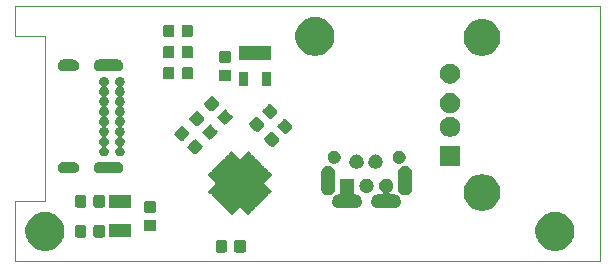
<source format=gbr>
G04 #@! TF.GenerationSoftware,KiCad,Pcbnew,(5.1.2)-1*
G04 #@! TF.CreationDate,2019-06-17T23:04:49-04:00*
G04 #@! TF.ProjectId,REV Type-C V2,52455620-5479-4706-952d-432056322e6b,rev?*
G04 #@! TF.SameCoordinates,Original*
G04 #@! TF.FileFunction,Soldermask,Top*
G04 #@! TF.FilePolarity,Negative*
%FSLAX46Y46*%
G04 Gerber Fmt 4.6, Leading zero omitted, Abs format (unit mm)*
G04 Created by KiCad (PCBNEW (5.1.2)-1) date 2019-06-17 23:04:49*
%MOMM*%
%LPD*%
G04 APERTURE LIST*
%ADD10C,0.050000*%
%ADD11C,0.100000*%
G04 APERTURE END LIST*
D10*
X55880000Y-22860000D02*
X95250000Y-22860000D01*
X57150000Y-44450000D02*
X95250000Y-44450000D01*
X53340000Y-44450000D02*
X57150000Y-44450000D01*
X53340000Y-22860000D02*
X55880000Y-22860000D01*
X53340000Y-25400000D02*
X53340000Y-22860000D01*
X55880000Y-25400000D02*
X53340000Y-25400000D01*
X55880000Y-39370000D02*
X55880000Y-25400000D01*
X53340000Y-39370000D02*
X55880000Y-39370000D01*
X53340000Y-44450000D02*
X53340000Y-39370000D01*
X102870000Y-44450000D02*
X95250000Y-44450000D01*
X102870000Y-22860000D02*
X102870000Y-44450000D01*
X95250000Y-22860000D02*
X102870000Y-22860000D01*
D11*
G36*
X72732091Y-42658085D02*
G01*
X72766069Y-42668393D01*
X72797390Y-42685134D01*
X72824839Y-42707661D01*
X72847366Y-42735110D01*
X72864107Y-42766431D01*
X72874415Y-42800409D01*
X72878500Y-42841890D01*
X72878500Y-43518110D01*
X72874415Y-43559591D01*
X72864107Y-43593569D01*
X72847366Y-43624890D01*
X72824839Y-43652339D01*
X72797390Y-43674866D01*
X72766069Y-43691607D01*
X72732091Y-43701915D01*
X72690610Y-43706000D01*
X72089390Y-43706000D01*
X72047909Y-43701915D01*
X72013931Y-43691607D01*
X71982610Y-43674866D01*
X71955161Y-43652339D01*
X71932634Y-43624890D01*
X71915893Y-43593569D01*
X71905585Y-43559591D01*
X71901500Y-43518110D01*
X71901500Y-42841890D01*
X71905585Y-42800409D01*
X71915893Y-42766431D01*
X71932634Y-42735110D01*
X71955161Y-42707661D01*
X71982610Y-42685134D01*
X72013931Y-42668393D01*
X72047909Y-42658085D01*
X72089390Y-42654000D01*
X72690610Y-42654000D01*
X72732091Y-42658085D01*
X72732091Y-42658085D01*
G37*
G36*
X71157091Y-42658085D02*
G01*
X71191069Y-42668393D01*
X71222390Y-42685134D01*
X71249839Y-42707661D01*
X71272366Y-42735110D01*
X71289107Y-42766431D01*
X71299415Y-42800409D01*
X71303500Y-42841890D01*
X71303500Y-43518110D01*
X71299415Y-43559591D01*
X71289107Y-43593569D01*
X71272366Y-43624890D01*
X71249839Y-43652339D01*
X71222390Y-43674866D01*
X71191069Y-43691607D01*
X71157091Y-43701915D01*
X71115610Y-43706000D01*
X70514390Y-43706000D01*
X70472909Y-43701915D01*
X70438931Y-43691607D01*
X70407610Y-43674866D01*
X70380161Y-43652339D01*
X70357634Y-43624890D01*
X70340893Y-43593569D01*
X70330585Y-43559591D01*
X70326500Y-43518110D01*
X70326500Y-42841890D01*
X70330585Y-42800409D01*
X70340893Y-42766431D01*
X70357634Y-42735110D01*
X70380161Y-42707661D01*
X70407610Y-42685134D01*
X70438931Y-42668393D01*
X70472909Y-42658085D01*
X70514390Y-42654000D01*
X71115610Y-42654000D01*
X71157091Y-42658085D01*
X71157091Y-42658085D01*
G37*
G36*
X56222704Y-40294823D02*
G01*
X56361579Y-40322447D01*
X56662042Y-40446903D01*
X56932451Y-40627585D01*
X57162415Y-40857549D01*
X57343097Y-41127958D01*
X57466204Y-41425164D01*
X57467553Y-41428422D01*
X57531000Y-41747389D01*
X57531000Y-42072611D01*
X57497823Y-42239401D01*
X57467553Y-42391579D01*
X57462049Y-42404866D01*
X57345959Y-42685134D01*
X57343097Y-42692042D01*
X57162415Y-42962451D01*
X56932451Y-43192415D01*
X56662042Y-43373097D01*
X56361579Y-43497553D01*
X56302015Y-43509401D01*
X56042611Y-43561000D01*
X55717389Y-43561000D01*
X55457985Y-43509401D01*
X55398421Y-43497553D01*
X55097958Y-43373097D01*
X54827549Y-43192415D01*
X54597585Y-42962451D01*
X54416903Y-42692042D01*
X54414042Y-42685134D01*
X54297951Y-42404866D01*
X54292447Y-42391579D01*
X54262177Y-42239401D01*
X54229000Y-42072611D01*
X54229000Y-41747389D01*
X54292447Y-41428422D01*
X54293797Y-41425164D01*
X54416903Y-41127958D01*
X54597585Y-40857549D01*
X54827549Y-40627585D01*
X55097958Y-40446903D01*
X55398421Y-40322447D01*
X55537296Y-40294823D01*
X55717389Y-40259000D01*
X56042611Y-40259000D01*
X56222704Y-40294823D01*
X56222704Y-40294823D01*
G37*
G36*
X99402704Y-40294823D02*
G01*
X99541579Y-40322447D01*
X99842042Y-40446903D01*
X100112451Y-40627585D01*
X100342415Y-40857549D01*
X100523097Y-41127958D01*
X100646204Y-41425164D01*
X100647553Y-41428422D01*
X100711000Y-41747389D01*
X100711000Y-42072611D01*
X100677823Y-42239401D01*
X100647553Y-42391579D01*
X100642049Y-42404866D01*
X100525959Y-42685134D01*
X100523097Y-42692042D01*
X100342415Y-42962451D01*
X100112451Y-43192415D01*
X99842042Y-43373097D01*
X99541579Y-43497553D01*
X99482015Y-43509401D01*
X99222611Y-43561000D01*
X98897389Y-43561000D01*
X98637985Y-43509401D01*
X98578421Y-43497553D01*
X98277958Y-43373097D01*
X98007549Y-43192415D01*
X97777585Y-42962451D01*
X97596903Y-42692042D01*
X97594042Y-42685134D01*
X97477951Y-42404866D01*
X97472447Y-42391579D01*
X97442177Y-42239401D01*
X97409000Y-42072611D01*
X97409000Y-41747389D01*
X97472447Y-41428422D01*
X97473797Y-41425164D01*
X97596903Y-41127958D01*
X97777585Y-40857549D01*
X98007549Y-40627585D01*
X98277958Y-40446903D01*
X98578421Y-40322447D01*
X98717296Y-40294823D01*
X98897389Y-40259000D01*
X99222611Y-40259000D01*
X99402704Y-40294823D01*
X99402704Y-40294823D01*
G37*
G36*
X60819591Y-41388085D02*
G01*
X60853569Y-41398393D01*
X60884890Y-41415134D01*
X60912339Y-41437661D01*
X60934866Y-41465110D01*
X60951607Y-41496431D01*
X60961915Y-41530409D01*
X60966000Y-41571890D01*
X60966000Y-42248110D01*
X60961915Y-42289591D01*
X60951607Y-42323569D01*
X60934866Y-42354890D01*
X60912339Y-42382339D01*
X60884890Y-42404866D01*
X60853569Y-42421607D01*
X60819591Y-42431915D01*
X60778110Y-42436000D01*
X60176890Y-42436000D01*
X60135409Y-42431915D01*
X60101431Y-42421607D01*
X60070110Y-42404866D01*
X60042661Y-42382339D01*
X60020134Y-42354890D01*
X60003393Y-42323569D01*
X59993085Y-42289591D01*
X59989000Y-42248110D01*
X59989000Y-41571890D01*
X59993085Y-41530409D01*
X60003393Y-41496431D01*
X60020134Y-41465110D01*
X60042661Y-41437661D01*
X60070110Y-41415134D01*
X60101431Y-41398393D01*
X60135409Y-41388085D01*
X60176890Y-41384000D01*
X60778110Y-41384000D01*
X60819591Y-41388085D01*
X60819591Y-41388085D01*
G37*
G36*
X59244591Y-41388085D02*
G01*
X59278569Y-41398393D01*
X59309890Y-41415134D01*
X59337339Y-41437661D01*
X59359866Y-41465110D01*
X59376607Y-41496431D01*
X59386915Y-41530409D01*
X59391000Y-41571890D01*
X59391000Y-42248110D01*
X59386915Y-42289591D01*
X59376607Y-42323569D01*
X59359866Y-42354890D01*
X59337339Y-42382339D01*
X59309890Y-42404866D01*
X59278569Y-42421607D01*
X59244591Y-42431915D01*
X59203110Y-42436000D01*
X58601890Y-42436000D01*
X58560409Y-42431915D01*
X58526431Y-42421607D01*
X58495110Y-42404866D01*
X58467661Y-42382339D01*
X58445134Y-42354890D01*
X58428393Y-42323569D01*
X58418085Y-42289591D01*
X58414000Y-42248110D01*
X58414000Y-41571890D01*
X58418085Y-41530409D01*
X58428393Y-41496431D01*
X58445134Y-41465110D01*
X58467661Y-41437661D01*
X58495110Y-41415134D01*
X58526431Y-41398393D01*
X58560409Y-41388085D01*
X58601890Y-41384000D01*
X59203110Y-41384000D01*
X59244591Y-41388085D01*
X59244591Y-41388085D01*
G37*
G36*
X63181000Y-42421000D02*
G01*
X61279000Y-42421000D01*
X61279000Y-41319000D01*
X63181000Y-41319000D01*
X63181000Y-42421000D01*
X63181000Y-42421000D01*
G37*
G36*
X65149591Y-40943085D02*
G01*
X65183569Y-40953393D01*
X65214890Y-40970134D01*
X65242339Y-40992661D01*
X65264866Y-41020110D01*
X65281607Y-41051431D01*
X65291915Y-41085409D01*
X65296000Y-41126890D01*
X65296000Y-41728110D01*
X65291915Y-41769591D01*
X65281607Y-41803569D01*
X65264866Y-41834890D01*
X65242339Y-41862339D01*
X65214890Y-41884866D01*
X65183569Y-41901607D01*
X65149591Y-41911915D01*
X65108110Y-41916000D01*
X64431890Y-41916000D01*
X64390409Y-41911915D01*
X64356431Y-41901607D01*
X64325110Y-41884866D01*
X64297661Y-41862339D01*
X64275134Y-41834890D01*
X64258393Y-41803569D01*
X64248085Y-41769591D01*
X64244000Y-41728110D01*
X64244000Y-41126890D01*
X64248085Y-41085409D01*
X64258393Y-41051431D01*
X64275134Y-41020110D01*
X64297661Y-40992661D01*
X64325110Y-40970134D01*
X64356431Y-40953393D01*
X64390409Y-40943085D01*
X64431890Y-40939000D01*
X65108110Y-40939000D01*
X65149591Y-40943085D01*
X65149591Y-40943085D01*
G37*
G36*
X73101962Y-35107819D02*
G01*
X73106636Y-35109237D01*
X73110938Y-35111536D01*
X73119477Y-35118544D01*
X73323638Y-35322705D01*
X73330646Y-35331244D01*
X73332945Y-35335546D01*
X73334363Y-35340220D01*
X73335171Y-35348422D01*
X73339952Y-35372456D01*
X73349330Y-35395094D01*
X73362945Y-35415468D01*
X73380272Y-35432795D01*
X73400647Y-35446408D01*
X73423286Y-35455785D01*
X73447313Y-35460564D01*
X73455516Y-35461372D01*
X73460190Y-35462790D01*
X73464492Y-35465089D01*
X73473031Y-35472097D01*
X73677192Y-35676258D01*
X73684200Y-35684797D01*
X73686499Y-35689099D01*
X73687917Y-35693773D01*
X73688725Y-35701976D01*
X73693506Y-35726009D01*
X73702884Y-35748648D01*
X73716498Y-35769022D01*
X73733826Y-35786348D01*
X73754200Y-35799962D01*
X73776839Y-35809338D01*
X73800867Y-35814118D01*
X73809069Y-35814926D01*
X73813743Y-35816344D01*
X73818045Y-35818643D01*
X73826584Y-35825651D01*
X74030745Y-36029812D01*
X74037753Y-36038351D01*
X74040052Y-36042653D01*
X74041470Y-36047327D01*
X74042278Y-36055529D01*
X74047059Y-36079563D01*
X74056437Y-36102201D01*
X74070052Y-36122575D01*
X74087379Y-36139902D01*
X74107754Y-36153515D01*
X74130393Y-36162892D01*
X74154420Y-36167671D01*
X74162622Y-36168479D01*
X74167296Y-36169897D01*
X74171598Y-36172196D01*
X74180137Y-36179204D01*
X74384298Y-36383365D01*
X74391306Y-36391904D01*
X74393605Y-36396206D01*
X74395023Y-36400880D01*
X74395831Y-36409082D01*
X74400612Y-36433116D01*
X74409990Y-36455754D01*
X74423605Y-36476128D01*
X74440932Y-36493455D01*
X74461307Y-36507068D01*
X74483946Y-36516445D01*
X74507973Y-36521224D01*
X74516176Y-36522032D01*
X74520850Y-36523450D01*
X74525152Y-36525749D01*
X74533691Y-36532757D01*
X74737852Y-36736918D01*
X74744860Y-36745457D01*
X74747159Y-36749759D01*
X74748577Y-36754433D01*
X74749385Y-36762636D01*
X74754166Y-36786669D01*
X74763544Y-36809308D01*
X74777158Y-36829682D01*
X74794486Y-36847008D01*
X74814860Y-36860622D01*
X74837499Y-36869998D01*
X74861527Y-36874778D01*
X74869729Y-36875586D01*
X74874403Y-36877004D01*
X74878705Y-36879303D01*
X74887244Y-36886311D01*
X75091405Y-37090472D01*
X75098413Y-37099011D01*
X75100712Y-37103313D01*
X75102130Y-37107987D01*
X75102608Y-37112842D01*
X75102130Y-37117697D01*
X75100712Y-37122371D01*
X75098413Y-37126673D01*
X75091405Y-37135212D01*
X74516012Y-37710605D01*
X74500515Y-37723323D01*
X74483188Y-37740650D01*
X74469574Y-37761025D01*
X74460197Y-37783663D01*
X74455416Y-37807697D01*
X74455416Y-37832201D01*
X74460196Y-37856234D01*
X74469574Y-37878873D01*
X74483187Y-37899247D01*
X74500515Y-37916575D01*
X74516012Y-37929293D01*
X75091405Y-38504686D01*
X75098413Y-38513225D01*
X75100712Y-38517527D01*
X75102130Y-38522201D01*
X75102608Y-38527056D01*
X75102130Y-38531911D01*
X75100712Y-38536585D01*
X75098413Y-38540887D01*
X75091405Y-38549426D01*
X74887244Y-38753587D01*
X74878705Y-38760595D01*
X74874403Y-38762894D01*
X74869729Y-38764312D01*
X74861527Y-38765120D01*
X74837493Y-38769901D01*
X74814855Y-38779279D01*
X74794481Y-38792894D01*
X74777154Y-38810221D01*
X74763541Y-38830596D01*
X74754164Y-38853235D01*
X74749385Y-38877262D01*
X74748577Y-38885465D01*
X74747159Y-38890139D01*
X74744860Y-38894441D01*
X74737852Y-38902980D01*
X74533691Y-39107141D01*
X74525152Y-39114149D01*
X74520850Y-39116448D01*
X74516176Y-39117866D01*
X74507973Y-39118674D01*
X74483940Y-39123455D01*
X74461301Y-39132833D01*
X74440927Y-39146447D01*
X74423601Y-39163775D01*
X74409987Y-39184149D01*
X74400611Y-39206788D01*
X74395831Y-39230816D01*
X74395023Y-39239018D01*
X74393605Y-39243692D01*
X74391306Y-39247994D01*
X74384298Y-39256533D01*
X74180137Y-39460694D01*
X74171598Y-39467702D01*
X74167296Y-39470001D01*
X74162622Y-39471419D01*
X74154420Y-39472227D01*
X74130386Y-39477008D01*
X74107748Y-39486386D01*
X74087374Y-39500001D01*
X74070047Y-39517328D01*
X74056434Y-39537703D01*
X74047057Y-39560342D01*
X74042278Y-39584369D01*
X74041470Y-39592571D01*
X74040052Y-39597245D01*
X74037753Y-39601547D01*
X74030745Y-39610086D01*
X73826584Y-39814247D01*
X73818045Y-39821255D01*
X73813743Y-39823554D01*
X73809069Y-39824972D01*
X73800867Y-39825780D01*
X73776833Y-39830561D01*
X73754195Y-39839939D01*
X73733821Y-39853554D01*
X73716494Y-39870881D01*
X73702881Y-39891256D01*
X73693504Y-39913895D01*
X73688725Y-39937922D01*
X73687917Y-39946125D01*
X73686499Y-39950799D01*
X73684200Y-39955101D01*
X73677192Y-39963640D01*
X73473031Y-40167801D01*
X73464492Y-40174809D01*
X73460190Y-40177108D01*
X73455516Y-40178526D01*
X73447313Y-40179334D01*
X73423280Y-40184115D01*
X73400641Y-40193493D01*
X73380267Y-40207107D01*
X73362941Y-40224435D01*
X73349327Y-40244809D01*
X73339951Y-40267448D01*
X73335171Y-40291476D01*
X73334363Y-40299678D01*
X73332945Y-40304352D01*
X73330646Y-40308654D01*
X73323638Y-40317193D01*
X73119477Y-40521354D01*
X73110938Y-40528362D01*
X73106636Y-40530661D01*
X73101962Y-40532079D01*
X73097107Y-40532557D01*
X73092252Y-40532079D01*
X73087578Y-40530661D01*
X73083276Y-40528362D01*
X73074737Y-40521354D01*
X72499344Y-39945961D01*
X72486626Y-39930464D01*
X72469299Y-39913137D01*
X72448924Y-39899523D01*
X72426286Y-39890146D01*
X72402252Y-39885365D01*
X72377748Y-39885365D01*
X72353715Y-39890145D01*
X72331076Y-39899523D01*
X72310702Y-39913136D01*
X72293374Y-39930464D01*
X72280656Y-39945961D01*
X71705263Y-40521354D01*
X71696724Y-40528362D01*
X71692422Y-40530661D01*
X71687748Y-40532079D01*
X71682893Y-40532557D01*
X71678038Y-40532079D01*
X71673364Y-40530661D01*
X71669062Y-40528362D01*
X71660523Y-40521354D01*
X71456362Y-40317193D01*
X71449354Y-40308654D01*
X71447055Y-40304352D01*
X71445637Y-40299678D01*
X71444829Y-40291476D01*
X71440048Y-40267442D01*
X71430670Y-40244804D01*
X71417055Y-40224430D01*
X71399728Y-40207103D01*
X71379353Y-40193490D01*
X71356714Y-40184113D01*
X71332687Y-40179334D01*
X71324484Y-40178526D01*
X71319810Y-40177108D01*
X71315508Y-40174809D01*
X71306969Y-40167801D01*
X71102808Y-39963640D01*
X71095800Y-39955101D01*
X71093501Y-39950799D01*
X71092083Y-39946125D01*
X71091275Y-39937922D01*
X71086494Y-39913889D01*
X71077116Y-39891250D01*
X71063502Y-39870876D01*
X71046174Y-39853550D01*
X71025800Y-39839936D01*
X71003161Y-39830560D01*
X70979133Y-39825780D01*
X70970931Y-39824972D01*
X70966257Y-39823554D01*
X70961955Y-39821255D01*
X70953416Y-39814247D01*
X70749255Y-39610086D01*
X70742247Y-39601547D01*
X70739948Y-39597245D01*
X70738530Y-39592571D01*
X70737722Y-39584369D01*
X70732941Y-39560335D01*
X70723563Y-39537697D01*
X70709948Y-39517323D01*
X70692621Y-39499996D01*
X70672246Y-39486383D01*
X70649607Y-39477006D01*
X70625580Y-39472227D01*
X70617378Y-39471419D01*
X70612704Y-39470001D01*
X70608402Y-39467702D01*
X70599863Y-39460694D01*
X70395702Y-39256533D01*
X70388694Y-39247994D01*
X70386395Y-39243692D01*
X70384977Y-39239018D01*
X70384169Y-39230816D01*
X70379388Y-39206782D01*
X70370010Y-39184144D01*
X70356395Y-39163770D01*
X70339068Y-39146443D01*
X70318693Y-39132830D01*
X70296054Y-39123453D01*
X70272027Y-39118674D01*
X70263824Y-39117866D01*
X70259150Y-39116448D01*
X70254848Y-39114149D01*
X70246309Y-39107141D01*
X70042148Y-38902980D01*
X70035140Y-38894441D01*
X70032841Y-38890139D01*
X70031423Y-38885465D01*
X70030615Y-38877262D01*
X70025834Y-38853229D01*
X70016456Y-38830590D01*
X70002842Y-38810216D01*
X69985514Y-38792890D01*
X69965140Y-38779276D01*
X69942501Y-38769900D01*
X69918473Y-38765120D01*
X69910271Y-38764312D01*
X69905597Y-38762894D01*
X69901295Y-38760595D01*
X69892756Y-38753587D01*
X69688595Y-38549426D01*
X69681587Y-38540887D01*
X69679288Y-38536585D01*
X69677870Y-38531911D01*
X69677392Y-38527056D01*
X69677870Y-38522201D01*
X69679288Y-38517527D01*
X69681587Y-38513225D01*
X69688595Y-38504686D01*
X70263988Y-37929293D01*
X70279485Y-37916575D01*
X70296812Y-37899248D01*
X70310426Y-37878873D01*
X70319803Y-37856235D01*
X70324584Y-37832201D01*
X70324584Y-37807697D01*
X70319804Y-37783664D01*
X70310426Y-37761025D01*
X70296813Y-37740651D01*
X70279485Y-37723323D01*
X70263988Y-37710605D01*
X69688595Y-37135212D01*
X69681587Y-37126673D01*
X69679288Y-37122371D01*
X69677870Y-37117697D01*
X69677392Y-37112842D01*
X69677870Y-37107987D01*
X69679288Y-37103313D01*
X69681587Y-37099011D01*
X69688595Y-37090472D01*
X69892756Y-36886311D01*
X69901295Y-36879303D01*
X69905597Y-36877004D01*
X69910271Y-36875586D01*
X69918473Y-36874778D01*
X69942507Y-36869997D01*
X69965145Y-36860619D01*
X69985519Y-36847004D01*
X70002846Y-36829677D01*
X70016459Y-36809302D01*
X70025836Y-36786663D01*
X70030615Y-36762636D01*
X70031423Y-36754433D01*
X70032841Y-36749759D01*
X70035140Y-36745457D01*
X70042148Y-36736918D01*
X70246309Y-36532757D01*
X70254848Y-36525749D01*
X70259150Y-36523450D01*
X70263824Y-36522032D01*
X70272027Y-36521224D01*
X70296060Y-36516443D01*
X70318699Y-36507065D01*
X70339073Y-36493451D01*
X70356399Y-36476123D01*
X70370013Y-36455749D01*
X70379389Y-36433110D01*
X70384169Y-36409082D01*
X70384977Y-36400880D01*
X70386395Y-36396206D01*
X70388694Y-36391904D01*
X70395702Y-36383365D01*
X70599863Y-36179204D01*
X70608402Y-36172196D01*
X70612704Y-36169897D01*
X70617378Y-36168479D01*
X70625580Y-36167671D01*
X70649614Y-36162890D01*
X70672252Y-36153512D01*
X70692626Y-36139897D01*
X70709953Y-36122570D01*
X70723566Y-36102195D01*
X70732943Y-36079556D01*
X70737722Y-36055529D01*
X70738530Y-36047327D01*
X70739948Y-36042653D01*
X70742247Y-36038351D01*
X70749255Y-36029812D01*
X70953416Y-35825651D01*
X70961955Y-35818643D01*
X70966257Y-35816344D01*
X70970931Y-35814926D01*
X70979133Y-35814118D01*
X71003167Y-35809337D01*
X71025805Y-35799959D01*
X71046179Y-35786344D01*
X71063506Y-35769017D01*
X71077119Y-35748642D01*
X71086496Y-35726003D01*
X71091275Y-35701976D01*
X71092083Y-35693773D01*
X71093501Y-35689099D01*
X71095800Y-35684797D01*
X71102808Y-35676258D01*
X71306969Y-35472097D01*
X71315508Y-35465089D01*
X71319810Y-35462790D01*
X71324484Y-35461372D01*
X71332687Y-35460564D01*
X71356720Y-35455783D01*
X71379359Y-35446405D01*
X71399733Y-35432791D01*
X71417059Y-35415463D01*
X71430673Y-35395089D01*
X71440049Y-35372450D01*
X71444829Y-35348422D01*
X71445637Y-35340220D01*
X71447055Y-35335546D01*
X71449354Y-35331244D01*
X71456362Y-35322705D01*
X71660523Y-35118544D01*
X71669062Y-35111536D01*
X71673364Y-35109237D01*
X71678038Y-35107819D01*
X71682893Y-35107341D01*
X71687748Y-35107819D01*
X71692422Y-35109237D01*
X71696724Y-35111536D01*
X71705263Y-35118544D01*
X72280656Y-35693937D01*
X72293374Y-35709434D01*
X72310701Y-35726761D01*
X72331076Y-35740375D01*
X72353714Y-35749752D01*
X72377748Y-35754533D01*
X72402252Y-35754533D01*
X72426285Y-35749753D01*
X72448924Y-35740375D01*
X72469298Y-35726762D01*
X72486626Y-35709434D01*
X72499344Y-35693937D01*
X73074737Y-35118544D01*
X73083276Y-35111536D01*
X73087578Y-35109237D01*
X73092252Y-35107819D01*
X73097107Y-35107341D01*
X73101962Y-35107819D01*
X73101962Y-35107819D01*
G37*
G36*
X65149591Y-39368085D02*
G01*
X65183569Y-39378393D01*
X65214890Y-39395134D01*
X65242339Y-39417661D01*
X65264866Y-39445110D01*
X65281607Y-39476431D01*
X65291915Y-39510409D01*
X65296000Y-39551890D01*
X65296000Y-40153110D01*
X65291915Y-40194591D01*
X65281607Y-40228569D01*
X65264866Y-40259890D01*
X65242339Y-40287339D01*
X65214890Y-40309866D01*
X65183569Y-40326607D01*
X65149591Y-40336915D01*
X65108110Y-40341000D01*
X64431890Y-40341000D01*
X64390409Y-40336915D01*
X64356431Y-40326607D01*
X64325110Y-40309866D01*
X64297661Y-40287339D01*
X64275134Y-40259890D01*
X64258393Y-40228569D01*
X64248085Y-40194591D01*
X64244000Y-40153110D01*
X64244000Y-39551890D01*
X64248085Y-39510409D01*
X64258393Y-39476431D01*
X64275134Y-39445110D01*
X64297661Y-39417661D01*
X64325110Y-39395134D01*
X64356431Y-39378393D01*
X64390409Y-39368085D01*
X64431890Y-39364000D01*
X65108110Y-39364000D01*
X65149591Y-39368085D01*
X65149591Y-39368085D01*
G37*
G36*
X93154990Y-37103313D02*
G01*
X93332410Y-37138604D01*
X93614674Y-37255521D01*
X93868705Y-37425259D01*
X94084741Y-37641295D01*
X94254479Y-37895326D01*
X94371396Y-38177590D01*
X94395134Y-38296928D01*
X94431000Y-38477239D01*
X94431000Y-38782761D01*
X94408145Y-38897661D01*
X94371396Y-39082410D01*
X94254479Y-39364674D01*
X94084741Y-39618705D01*
X93868705Y-39834741D01*
X93614674Y-40004479D01*
X93332410Y-40121396D01*
X93216756Y-40144401D01*
X93032761Y-40181000D01*
X92727239Y-40181000D01*
X92543244Y-40144401D01*
X92427590Y-40121396D01*
X92145326Y-40004479D01*
X91891295Y-39834741D01*
X91675259Y-39618705D01*
X91505521Y-39364674D01*
X91388604Y-39082410D01*
X91351855Y-38897661D01*
X91329000Y-38782761D01*
X91329000Y-38477239D01*
X91364866Y-38296928D01*
X91388604Y-38177590D01*
X91505521Y-37895326D01*
X91675259Y-37641295D01*
X91891295Y-37425259D01*
X92145326Y-37255521D01*
X92427590Y-37138604D01*
X92605010Y-37103313D01*
X92727239Y-37079000D01*
X93032761Y-37079000D01*
X93154990Y-37103313D01*
X93154990Y-37103313D01*
G37*
G36*
X84896601Y-37459397D02*
G01*
X84935305Y-37467096D01*
X84967340Y-37480365D01*
X85044680Y-37512400D01*
X85143115Y-37578173D01*
X85226827Y-37661885D01*
X85292600Y-37760320D01*
X85322373Y-37832201D01*
X85337904Y-37869695D01*
X85343002Y-37895326D01*
X85361000Y-37985805D01*
X85361000Y-38104195D01*
X85337904Y-38220304D01*
X85292600Y-38329680D01*
X85226827Y-38428115D01*
X85143114Y-38511828D01*
X85100850Y-38540068D01*
X85081908Y-38555614D01*
X85066363Y-38574556D01*
X85054812Y-38596166D01*
X85047699Y-38619615D01*
X85045297Y-38644001D01*
X85047699Y-38668388D01*
X85054812Y-38691836D01*
X85066363Y-38713447D01*
X85081909Y-38732389D01*
X85100851Y-38747934D01*
X85122461Y-38759485D01*
X85145910Y-38766598D01*
X85170296Y-38769000D01*
X85439519Y-38769000D01*
X85527818Y-38777696D01*
X85641105Y-38812062D01*
X85745512Y-38867869D01*
X85837027Y-38942973D01*
X85912131Y-39034488D01*
X85967938Y-39138895D01*
X86002304Y-39252182D01*
X86013907Y-39370000D01*
X86002304Y-39487818D01*
X85967938Y-39601105D01*
X85912131Y-39705512D01*
X85837027Y-39797027D01*
X85745512Y-39872131D01*
X85641105Y-39927938D01*
X85527818Y-39962304D01*
X85439519Y-39971000D01*
X84080481Y-39971000D01*
X83992182Y-39962304D01*
X83878895Y-39927938D01*
X83774488Y-39872131D01*
X83682973Y-39797027D01*
X83607869Y-39705512D01*
X83552062Y-39601105D01*
X83517696Y-39487818D01*
X83506093Y-39370000D01*
X83517696Y-39252182D01*
X83552062Y-39138895D01*
X83607869Y-39034488D01*
X83682973Y-38942973D01*
X83774488Y-38867869D01*
X83878895Y-38812062D01*
X83992182Y-38777696D01*
X84080481Y-38769000D01*
X84349704Y-38769000D01*
X84374090Y-38766598D01*
X84397539Y-38759485D01*
X84419150Y-38747934D01*
X84438092Y-38732389D01*
X84453637Y-38713447D01*
X84465188Y-38691836D01*
X84472301Y-38668387D01*
X84474703Y-38644001D01*
X84472301Y-38619615D01*
X84465188Y-38596166D01*
X84453637Y-38574555D01*
X84438092Y-38555613D01*
X84419150Y-38540068D01*
X84376886Y-38511828D01*
X84293173Y-38428115D01*
X84227400Y-38329680D01*
X84182096Y-38220304D01*
X84159000Y-38104195D01*
X84159000Y-37985805D01*
X84176998Y-37895326D01*
X84182096Y-37869695D01*
X84197627Y-37832201D01*
X84227400Y-37760320D01*
X84293173Y-37661885D01*
X84376885Y-37578173D01*
X84475320Y-37512400D01*
X84552660Y-37480365D01*
X84584695Y-37467096D01*
X84623399Y-37459397D01*
X84700805Y-37444000D01*
X84819195Y-37444000D01*
X84896601Y-37459397D01*
X84896601Y-37459397D01*
G37*
G36*
X82061000Y-38647974D02*
G01*
X82063402Y-38672360D01*
X82070515Y-38695809D01*
X82082066Y-38717420D01*
X82097611Y-38736362D01*
X82116553Y-38751907D01*
X82138164Y-38763458D01*
X82161613Y-38770571D01*
X82173747Y-38772371D01*
X82227818Y-38777696D01*
X82341105Y-38812062D01*
X82445512Y-38867869D01*
X82537027Y-38942973D01*
X82612131Y-39034488D01*
X82667938Y-39138895D01*
X82702304Y-39252182D01*
X82713907Y-39370000D01*
X82702304Y-39487818D01*
X82667938Y-39601105D01*
X82612131Y-39705512D01*
X82537027Y-39797027D01*
X82445512Y-39872131D01*
X82341105Y-39927938D01*
X82227818Y-39962304D01*
X82139519Y-39971000D01*
X80780481Y-39971000D01*
X80692182Y-39962304D01*
X80578895Y-39927938D01*
X80474488Y-39872131D01*
X80382973Y-39797027D01*
X80307869Y-39705512D01*
X80252062Y-39601105D01*
X80217696Y-39487818D01*
X80206093Y-39370000D01*
X80217696Y-39252182D01*
X80252062Y-39138895D01*
X80307869Y-39034488D01*
X80382973Y-38942973D01*
X80474488Y-38867869D01*
X80578895Y-38812062D01*
X80692182Y-38777696D01*
X80746253Y-38772371D01*
X80770286Y-38767591D01*
X80792925Y-38758213D01*
X80813299Y-38744600D01*
X80830626Y-38727273D01*
X80844240Y-38706898D01*
X80853618Y-38684260D01*
X80858398Y-38660226D01*
X80859000Y-38647974D01*
X80859000Y-37444000D01*
X82061000Y-37444000D01*
X82061000Y-38647974D01*
X82061000Y-38647974D01*
G37*
G36*
X63181000Y-39921000D02*
G01*
X61279000Y-39921000D01*
X61279000Y-38819000D01*
X63181000Y-38819000D01*
X63181000Y-39921000D01*
X63181000Y-39921000D01*
G37*
G36*
X60819591Y-38848085D02*
G01*
X60853569Y-38858393D01*
X60884890Y-38875134D01*
X60912339Y-38897661D01*
X60934866Y-38925110D01*
X60951607Y-38956431D01*
X60961915Y-38990409D01*
X60966000Y-39031890D01*
X60966000Y-39708110D01*
X60961915Y-39749591D01*
X60951607Y-39783569D01*
X60934866Y-39814890D01*
X60912339Y-39842339D01*
X60884890Y-39864866D01*
X60853569Y-39881607D01*
X60819591Y-39891915D01*
X60778110Y-39896000D01*
X60176890Y-39896000D01*
X60135409Y-39891915D01*
X60101431Y-39881607D01*
X60070110Y-39864866D01*
X60042661Y-39842339D01*
X60020134Y-39814890D01*
X60003393Y-39783569D01*
X59993085Y-39749591D01*
X59989000Y-39708110D01*
X59989000Y-39031890D01*
X59993085Y-38990409D01*
X60003393Y-38956431D01*
X60020134Y-38925110D01*
X60042661Y-38897661D01*
X60070110Y-38875134D01*
X60101431Y-38858393D01*
X60135409Y-38848085D01*
X60176890Y-38844000D01*
X60778110Y-38844000D01*
X60819591Y-38848085D01*
X60819591Y-38848085D01*
G37*
G36*
X59244591Y-38848085D02*
G01*
X59278569Y-38858393D01*
X59309890Y-38875134D01*
X59337339Y-38897661D01*
X59359866Y-38925110D01*
X59376607Y-38956431D01*
X59386915Y-38990409D01*
X59391000Y-39031890D01*
X59391000Y-39708110D01*
X59386915Y-39749591D01*
X59376607Y-39783569D01*
X59359866Y-39814890D01*
X59337339Y-39842339D01*
X59309890Y-39864866D01*
X59278569Y-39881607D01*
X59244591Y-39891915D01*
X59203110Y-39896000D01*
X58601890Y-39896000D01*
X58560409Y-39891915D01*
X58526431Y-39881607D01*
X58495110Y-39864866D01*
X58467661Y-39842339D01*
X58445134Y-39814890D01*
X58428393Y-39783569D01*
X58418085Y-39749591D01*
X58414000Y-39708110D01*
X58414000Y-39031890D01*
X58418085Y-38990409D01*
X58428393Y-38956431D01*
X58445134Y-38925110D01*
X58467661Y-38897661D01*
X58495110Y-38875134D01*
X58526431Y-38858393D01*
X58560409Y-38848085D01*
X58601890Y-38844000D01*
X59203110Y-38844000D01*
X59244591Y-38848085D01*
X59244591Y-38848085D01*
G37*
G36*
X86477817Y-36377696D02*
G01*
X86591104Y-36412062D01*
X86695511Y-36467869D01*
X86705575Y-36476128D01*
X86787027Y-36542973D01*
X86842107Y-36610089D01*
X86862131Y-36634488D01*
X86917938Y-36738895D01*
X86952304Y-36852182D01*
X86961000Y-36940481D01*
X86961000Y-38299519D01*
X86952304Y-38387818D01*
X86917938Y-38501105D01*
X86862131Y-38605512D01*
X86787027Y-38697027D01*
X86695512Y-38772131D01*
X86591105Y-38827938D01*
X86477818Y-38862304D01*
X86360000Y-38873907D01*
X86242183Y-38862304D01*
X86128896Y-38827938D01*
X86024489Y-38772131D01*
X85932974Y-38697027D01*
X85857870Y-38605512D01*
X85802063Y-38501105D01*
X85767697Y-38387818D01*
X85759001Y-38299519D01*
X85759000Y-36940482D01*
X85767696Y-36852183D01*
X85802062Y-36738896D01*
X85857869Y-36634489D01*
X85924304Y-36553537D01*
X85932973Y-36542973D01*
X86010572Y-36479289D01*
X86024488Y-36467869D01*
X86128895Y-36412062D01*
X86242182Y-36377696D01*
X86360000Y-36366093D01*
X86477817Y-36377696D01*
X86477817Y-36377696D01*
G37*
G36*
X79977817Y-36377696D02*
G01*
X80091104Y-36412062D01*
X80195511Y-36467869D01*
X80205575Y-36476128D01*
X80287027Y-36542973D01*
X80342107Y-36610089D01*
X80362131Y-36634488D01*
X80417938Y-36738895D01*
X80452304Y-36852182D01*
X80461000Y-36940481D01*
X80461000Y-38299519D01*
X80452304Y-38387818D01*
X80417938Y-38501105D01*
X80362131Y-38605512D01*
X80287027Y-38697027D01*
X80195512Y-38772131D01*
X80091105Y-38827938D01*
X79977818Y-38862304D01*
X79860000Y-38873907D01*
X79742183Y-38862304D01*
X79628896Y-38827938D01*
X79524489Y-38772131D01*
X79432974Y-38697027D01*
X79357870Y-38605512D01*
X79302063Y-38501105D01*
X79267697Y-38387818D01*
X79259001Y-38299519D01*
X79259000Y-36940482D01*
X79267696Y-36852183D01*
X79302062Y-36738896D01*
X79357869Y-36634489D01*
X79424304Y-36553537D01*
X79432973Y-36542973D01*
X79510572Y-36479289D01*
X79524488Y-36467869D01*
X79628895Y-36412062D01*
X79742182Y-36377696D01*
X79860000Y-36366093D01*
X79977817Y-36377696D01*
X79977817Y-36377696D01*
G37*
G36*
X83246601Y-37459397D02*
G01*
X83285305Y-37467096D01*
X83317340Y-37480365D01*
X83394680Y-37512400D01*
X83493115Y-37578173D01*
X83576827Y-37661885D01*
X83642600Y-37760320D01*
X83672373Y-37832201D01*
X83687904Y-37869695D01*
X83693002Y-37895326D01*
X83711000Y-37985805D01*
X83711000Y-38104195D01*
X83687904Y-38220304D01*
X83642600Y-38329680D01*
X83576827Y-38428115D01*
X83493115Y-38511827D01*
X83394680Y-38577600D01*
X83317340Y-38609635D01*
X83285305Y-38622904D01*
X83246601Y-38630603D01*
X83169195Y-38646000D01*
X83050805Y-38646000D01*
X82973399Y-38630603D01*
X82934695Y-38622904D01*
X82902660Y-38609635D01*
X82825320Y-38577600D01*
X82726885Y-38511827D01*
X82643173Y-38428115D01*
X82577400Y-38329680D01*
X82532096Y-38220304D01*
X82509000Y-38104195D01*
X82509000Y-37985805D01*
X82526998Y-37895326D01*
X82532096Y-37869695D01*
X82547627Y-37832201D01*
X82577400Y-37760320D01*
X82643173Y-37661885D01*
X82726885Y-37578173D01*
X82825320Y-37512400D01*
X82902660Y-37480365D01*
X82934695Y-37467096D01*
X82973399Y-37459397D01*
X83050805Y-37444000D01*
X83169195Y-37444000D01*
X83246601Y-37459397D01*
X83246601Y-37459397D01*
G37*
G36*
X58368213Y-36016249D02*
G01*
X58462652Y-36044897D01*
X58549687Y-36091418D01*
X58625975Y-36154025D01*
X58688582Y-36230313D01*
X58735103Y-36317348D01*
X58763751Y-36411787D01*
X58773424Y-36510000D01*
X58763751Y-36608213D01*
X58735103Y-36702652D01*
X58688582Y-36789687D01*
X58625975Y-36865975D01*
X58549687Y-36928582D01*
X58462652Y-36975103D01*
X58368213Y-37003751D01*
X58294612Y-37011000D01*
X57445388Y-37011000D01*
X57371787Y-37003751D01*
X57277348Y-36975103D01*
X57190313Y-36928582D01*
X57114025Y-36865975D01*
X57051418Y-36789687D01*
X57004897Y-36702652D01*
X56976249Y-36608213D01*
X56966576Y-36510000D01*
X56976249Y-36411787D01*
X57004897Y-36317348D01*
X57051418Y-36230313D01*
X57114025Y-36154025D01*
X57190313Y-36091418D01*
X57277348Y-36044897D01*
X57371787Y-36016249D01*
X57445388Y-36009000D01*
X58294612Y-36009000D01*
X58368213Y-36016249D01*
X58368213Y-36016249D01*
G37*
G36*
X62098213Y-36016249D02*
G01*
X62192652Y-36044897D01*
X62279687Y-36091418D01*
X62355975Y-36154025D01*
X62418582Y-36230313D01*
X62465103Y-36317348D01*
X62493751Y-36411787D01*
X62503424Y-36510000D01*
X62493751Y-36608213D01*
X62465103Y-36702652D01*
X62418582Y-36789687D01*
X62355975Y-36865975D01*
X62279687Y-36928582D01*
X62192652Y-36975103D01*
X62098213Y-37003751D01*
X62024612Y-37011000D01*
X60475388Y-37011000D01*
X60401787Y-37003751D01*
X60307348Y-36975103D01*
X60220313Y-36928582D01*
X60144025Y-36865975D01*
X60081418Y-36789687D01*
X60034897Y-36702652D01*
X60006249Y-36608213D01*
X59996576Y-36510000D01*
X60006249Y-36411787D01*
X60034897Y-36317348D01*
X60081418Y-36230313D01*
X60144025Y-36154025D01*
X60220313Y-36091418D01*
X60307348Y-36044897D01*
X60401787Y-36016249D01*
X60475388Y-36009000D01*
X62024612Y-36009000D01*
X62098213Y-36016249D01*
X62098213Y-36016249D01*
G37*
G36*
X83986057Y-35407300D02*
G01*
X84035305Y-35417096D01*
X84067340Y-35430365D01*
X84144680Y-35462400D01*
X84243115Y-35528173D01*
X84326827Y-35611885D01*
X84392600Y-35710320D01*
X84420854Y-35778532D01*
X84437904Y-35819695D01*
X84442226Y-35841423D01*
X84461000Y-35935805D01*
X84461000Y-36054195D01*
X84454469Y-36087028D01*
X84437904Y-36170305D01*
X84435545Y-36176000D01*
X84392600Y-36279680D01*
X84326827Y-36378115D01*
X84243115Y-36461827D01*
X84144680Y-36527600D01*
X84082061Y-36553537D01*
X84035305Y-36572904D01*
X83996601Y-36580603D01*
X83919195Y-36596000D01*
X83800805Y-36596000D01*
X83723399Y-36580603D01*
X83684695Y-36572904D01*
X83637939Y-36553537D01*
X83575320Y-36527600D01*
X83476885Y-36461827D01*
X83393173Y-36378115D01*
X83327400Y-36279680D01*
X83284455Y-36176000D01*
X83282096Y-36170305D01*
X83265531Y-36087028D01*
X83259000Y-36054195D01*
X83259000Y-35935805D01*
X83277774Y-35841423D01*
X83282096Y-35819695D01*
X83299146Y-35778532D01*
X83327400Y-35710320D01*
X83393173Y-35611885D01*
X83476885Y-35528173D01*
X83575320Y-35462400D01*
X83652660Y-35430365D01*
X83684695Y-35417096D01*
X83733943Y-35407300D01*
X83800805Y-35394000D01*
X83919195Y-35394000D01*
X83986057Y-35407300D01*
X83986057Y-35407300D01*
G37*
G36*
X82386057Y-35407300D02*
G01*
X82435305Y-35417096D01*
X82467340Y-35430365D01*
X82544680Y-35462400D01*
X82643115Y-35528173D01*
X82726827Y-35611885D01*
X82792600Y-35710320D01*
X82820854Y-35778532D01*
X82837904Y-35819695D01*
X82842226Y-35841423D01*
X82861000Y-35935805D01*
X82861000Y-36054195D01*
X82854469Y-36087028D01*
X82837904Y-36170305D01*
X82835545Y-36176000D01*
X82792600Y-36279680D01*
X82726827Y-36378115D01*
X82643115Y-36461827D01*
X82544680Y-36527600D01*
X82482061Y-36553537D01*
X82435305Y-36572904D01*
X82396601Y-36580603D01*
X82319195Y-36596000D01*
X82200805Y-36596000D01*
X82123399Y-36580603D01*
X82084695Y-36572904D01*
X82037939Y-36553537D01*
X81975320Y-36527600D01*
X81876885Y-36461827D01*
X81793173Y-36378115D01*
X81727400Y-36279680D01*
X81684455Y-36176000D01*
X81682096Y-36170305D01*
X81665531Y-36087028D01*
X81659000Y-36054195D01*
X81659000Y-35935805D01*
X81677774Y-35841423D01*
X81682096Y-35819695D01*
X81699146Y-35778532D01*
X81727400Y-35710320D01*
X81793173Y-35611885D01*
X81876885Y-35528173D01*
X81975320Y-35462400D01*
X82052660Y-35430365D01*
X82084695Y-35417096D01*
X82133943Y-35407300D01*
X82200805Y-35394000D01*
X82319195Y-35394000D01*
X82386057Y-35407300D01*
X82386057Y-35407300D01*
G37*
G36*
X91021000Y-36411000D02*
G01*
X89319000Y-36411000D01*
X89319000Y-34709000D01*
X91021000Y-34709000D01*
X91021000Y-36411000D01*
X91021000Y-36411000D01*
G37*
G36*
X86020721Y-35095174D02*
G01*
X86120995Y-35136709D01*
X86137079Y-35147456D01*
X86211242Y-35197010D01*
X86287990Y-35273758D01*
X86290134Y-35276967D01*
X86348291Y-35364005D01*
X86389826Y-35464279D01*
X86411000Y-35570730D01*
X86411000Y-35679270D01*
X86389826Y-35785721D01*
X86348291Y-35885995D01*
X86329628Y-35913926D01*
X86287990Y-35976242D01*
X86211242Y-36052990D01*
X86207442Y-36055529D01*
X86120995Y-36113291D01*
X86020721Y-36154826D01*
X85914270Y-36176000D01*
X85805730Y-36176000D01*
X85699279Y-36154826D01*
X85599005Y-36113291D01*
X85512558Y-36055529D01*
X85508758Y-36052990D01*
X85432010Y-35976242D01*
X85390372Y-35913926D01*
X85371709Y-35885995D01*
X85330174Y-35785721D01*
X85309000Y-35679270D01*
X85309000Y-35570730D01*
X85330174Y-35464279D01*
X85371709Y-35364005D01*
X85429866Y-35276967D01*
X85432010Y-35273758D01*
X85508758Y-35197010D01*
X85582921Y-35147456D01*
X85599005Y-35136709D01*
X85699279Y-35095174D01*
X85805730Y-35074000D01*
X85914270Y-35074000D01*
X86020721Y-35095174D01*
X86020721Y-35095174D01*
G37*
G36*
X80520721Y-35095174D02*
G01*
X80620995Y-35136709D01*
X80637079Y-35147456D01*
X80711242Y-35197010D01*
X80787990Y-35273758D01*
X80790134Y-35276967D01*
X80848291Y-35364005D01*
X80889826Y-35464279D01*
X80911000Y-35570730D01*
X80911000Y-35679270D01*
X80889826Y-35785721D01*
X80848291Y-35885995D01*
X80829628Y-35913926D01*
X80787990Y-35976242D01*
X80711242Y-36052990D01*
X80707442Y-36055529D01*
X80620995Y-36113291D01*
X80520721Y-36154826D01*
X80414270Y-36176000D01*
X80305730Y-36176000D01*
X80199279Y-36154826D01*
X80099005Y-36113291D01*
X80012558Y-36055529D01*
X80008758Y-36052990D01*
X79932010Y-35976242D01*
X79890372Y-35913926D01*
X79871709Y-35885995D01*
X79830174Y-35785721D01*
X79809000Y-35679270D01*
X79809000Y-35570730D01*
X79830174Y-35464279D01*
X79871709Y-35364005D01*
X79929866Y-35276967D01*
X79932010Y-35273758D01*
X80008758Y-35197010D01*
X80082921Y-35147456D01*
X80099005Y-35136709D01*
X80199279Y-35095174D01*
X80305730Y-35074000D01*
X80414270Y-35074000D01*
X80520721Y-35095174D01*
X80520721Y-35095174D01*
G37*
G36*
X60958231Y-28816705D02*
G01*
X60996967Y-28824410D01*
X61027195Y-28836931D01*
X61069944Y-28854638D01*
X61135622Y-28898523D01*
X61191477Y-28954378D01*
X61235362Y-29020056D01*
X61265590Y-29093034D01*
X61281000Y-29170504D01*
X61281000Y-29249496D01*
X61265590Y-29326966D01*
X61235362Y-29399944D01*
X61191477Y-29465622D01*
X61135621Y-29521478D01*
X61121270Y-29531067D01*
X61102328Y-29546613D01*
X61086783Y-29565555D01*
X61075232Y-29587165D01*
X61068119Y-29610614D01*
X61065717Y-29635001D01*
X61068119Y-29659387D01*
X61075232Y-29682836D01*
X61086783Y-29704446D01*
X61102329Y-29723388D01*
X61121270Y-29738933D01*
X61135621Y-29748522D01*
X61191477Y-29804378D01*
X61235362Y-29870056D01*
X61265590Y-29943034D01*
X61281000Y-30020504D01*
X61281000Y-30099496D01*
X61265590Y-30176966D01*
X61235362Y-30249944D01*
X61191477Y-30315622D01*
X61135621Y-30371478D01*
X61121270Y-30381067D01*
X61102328Y-30396613D01*
X61086783Y-30415555D01*
X61075232Y-30437165D01*
X61068119Y-30460614D01*
X61065717Y-30485001D01*
X61068119Y-30509387D01*
X61075232Y-30532836D01*
X61086783Y-30554446D01*
X61102329Y-30573388D01*
X61121270Y-30588933D01*
X61135621Y-30598522D01*
X61191477Y-30654378D01*
X61235362Y-30720056D01*
X61265590Y-30793034D01*
X61281000Y-30870504D01*
X61281000Y-30949496D01*
X61278909Y-30960009D01*
X61265590Y-31026967D01*
X61258014Y-31045257D01*
X61235362Y-31099944D01*
X61191477Y-31165622D01*
X61135621Y-31221478D01*
X61121270Y-31231067D01*
X61102328Y-31246613D01*
X61086783Y-31265555D01*
X61075232Y-31287165D01*
X61068119Y-31310614D01*
X61065717Y-31335001D01*
X61068119Y-31359387D01*
X61075232Y-31382836D01*
X61086783Y-31404446D01*
X61102329Y-31423388D01*
X61121270Y-31438933D01*
X61135621Y-31448522D01*
X61191477Y-31504378D01*
X61235362Y-31570056D01*
X61253069Y-31612805D01*
X61262461Y-31635478D01*
X61265590Y-31643034D01*
X61281000Y-31720504D01*
X61281000Y-31799496D01*
X61276101Y-31824123D01*
X61269694Y-31856337D01*
X61265590Y-31876966D01*
X61235362Y-31949944D01*
X61191477Y-32015622D01*
X61135621Y-32071478D01*
X61121270Y-32081067D01*
X61102328Y-32096613D01*
X61086783Y-32115555D01*
X61075232Y-32137165D01*
X61068119Y-32160614D01*
X61065717Y-32185001D01*
X61068119Y-32209387D01*
X61075232Y-32232836D01*
X61086783Y-32254446D01*
X61102329Y-32273388D01*
X61121270Y-32288933D01*
X61135621Y-32298522D01*
X61191477Y-32354378D01*
X61235362Y-32420056D01*
X61238612Y-32427903D01*
X61265590Y-32493033D01*
X61270461Y-32517520D01*
X61281000Y-32570504D01*
X61281000Y-32649496D01*
X61265590Y-32726966D01*
X61235362Y-32799944D01*
X61191477Y-32865622D01*
X61135621Y-32921478D01*
X61121270Y-32931067D01*
X61102328Y-32946613D01*
X61086783Y-32965555D01*
X61075232Y-32987165D01*
X61068119Y-33010614D01*
X61065717Y-33035001D01*
X61068119Y-33059387D01*
X61075232Y-33082836D01*
X61086783Y-33104446D01*
X61102329Y-33123388D01*
X61121270Y-33138933D01*
X61135621Y-33148522D01*
X61191477Y-33204378D01*
X61235362Y-33270056D01*
X61265590Y-33343034D01*
X61281000Y-33420504D01*
X61281000Y-33499496D01*
X61276484Y-33522199D01*
X61265590Y-33576967D01*
X61260620Y-33588965D01*
X61235362Y-33649944D01*
X61191477Y-33715622D01*
X61135621Y-33771478D01*
X61121270Y-33781067D01*
X61102328Y-33796613D01*
X61086783Y-33815555D01*
X61075232Y-33837165D01*
X61068119Y-33860614D01*
X61065717Y-33885001D01*
X61068119Y-33909387D01*
X61075232Y-33932836D01*
X61086783Y-33954446D01*
X61102329Y-33973388D01*
X61121270Y-33988933D01*
X61135621Y-33998522D01*
X61191477Y-34054378D01*
X61235362Y-34120056D01*
X61244666Y-34142518D01*
X61265590Y-34193033D01*
X61268531Y-34207817D01*
X61281000Y-34270504D01*
X61281000Y-34349496D01*
X61265590Y-34426966D01*
X61235362Y-34499944D01*
X61191477Y-34565622D01*
X61135621Y-34621478D01*
X61121270Y-34631067D01*
X61102328Y-34646613D01*
X61086783Y-34665555D01*
X61075232Y-34687165D01*
X61068119Y-34710614D01*
X61065717Y-34735001D01*
X61068119Y-34759387D01*
X61075232Y-34782836D01*
X61086783Y-34804446D01*
X61102329Y-34823388D01*
X61121270Y-34838933D01*
X61135621Y-34848522D01*
X61191477Y-34904378D01*
X61235362Y-34970056D01*
X61253069Y-35012805D01*
X61265590Y-35043033D01*
X61281000Y-35120505D01*
X61281000Y-35199495D01*
X61265590Y-35276967D01*
X61253069Y-35307195D01*
X61235362Y-35349944D01*
X61191477Y-35415622D01*
X61135622Y-35471477D01*
X61069944Y-35515362D01*
X61039015Y-35528173D01*
X60996967Y-35545590D01*
X60958231Y-35553295D01*
X60919496Y-35561000D01*
X60840504Y-35561000D01*
X60801769Y-35553295D01*
X60763033Y-35545590D01*
X60720985Y-35528173D01*
X60690056Y-35515362D01*
X60624378Y-35471477D01*
X60568523Y-35415622D01*
X60524638Y-35349944D01*
X60506931Y-35307195D01*
X60494410Y-35276967D01*
X60479000Y-35199495D01*
X60479000Y-35120505D01*
X60494410Y-35043033D01*
X60506931Y-35012805D01*
X60524638Y-34970056D01*
X60568523Y-34904378D01*
X60624379Y-34848522D01*
X60638730Y-34838933D01*
X60657672Y-34823387D01*
X60673217Y-34804445D01*
X60684768Y-34782835D01*
X60691881Y-34759386D01*
X60694283Y-34734999D01*
X60691881Y-34710613D01*
X60684768Y-34687164D01*
X60673217Y-34665554D01*
X60657671Y-34646612D01*
X60638730Y-34631067D01*
X60624379Y-34621478D01*
X60568523Y-34565622D01*
X60524638Y-34499944D01*
X60494410Y-34426966D01*
X60479000Y-34349496D01*
X60479000Y-34270504D01*
X60491469Y-34207817D01*
X60494410Y-34193033D01*
X60515334Y-34142518D01*
X60524638Y-34120056D01*
X60568523Y-34054378D01*
X60624379Y-33998522D01*
X60638730Y-33988933D01*
X60657672Y-33973387D01*
X60673217Y-33954445D01*
X60684768Y-33932835D01*
X60691881Y-33909386D01*
X60694283Y-33884999D01*
X60691881Y-33860613D01*
X60684768Y-33837164D01*
X60673217Y-33815554D01*
X60657671Y-33796612D01*
X60638730Y-33781067D01*
X60624379Y-33771478D01*
X60568523Y-33715622D01*
X60524638Y-33649944D01*
X60499380Y-33588965D01*
X60494410Y-33576967D01*
X60483516Y-33522199D01*
X60479000Y-33499496D01*
X60479000Y-33420504D01*
X60494410Y-33343034D01*
X60524638Y-33270056D01*
X60568523Y-33204378D01*
X60624379Y-33148522D01*
X60638730Y-33138933D01*
X60657672Y-33123387D01*
X60673217Y-33104445D01*
X60684768Y-33082835D01*
X60691881Y-33059386D01*
X60694283Y-33034999D01*
X60691881Y-33010613D01*
X60684768Y-32987164D01*
X60673217Y-32965554D01*
X60657671Y-32946612D01*
X60638730Y-32931067D01*
X60624379Y-32921478D01*
X60568523Y-32865622D01*
X60524638Y-32799944D01*
X60494410Y-32726966D01*
X60479000Y-32649496D01*
X60479000Y-32570504D01*
X60489539Y-32517520D01*
X60494410Y-32493033D01*
X60521388Y-32427903D01*
X60524638Y-32420056D01*
X60568523Y-32354378D01*
X60624379Y-32298522D01*
X60638730Y-32288933D01*
X60657672Y-32273387D01*
X60673217Y-32254445D01*
X60684768Y-32232835D01*
X60691881Y-32209386D01*
X60694283Y-32184999D01*
X60691881Y-32160613D01*
X60684768Y-32137164D01*
X60673217Y-32115554D01*
X60657671Y-32096612D01*
X60638730Y-32081067D01*
X60624379Y-32071478D01*
X60568523Y-32015622D01*
X60524638Y-31949944D01*
X60494410Y-31876966D01*
X60490307Y-31856337D01*
X60483899Y-31824123D01*
X60479000Y-31799496D01*
X60479000Y-31720504D01*
X60494410Y-31643034D01*
X60497540Y-31635478D01*
X60506931Y-31612805D01*
X60524638Y-31570056D01*
X60568523Y-31504378D01*
X60624379Y-31448522D01*
X60638730Y-31438933D01*
X60657672Y-31423387D01*
X60673217Y-31404445D01*
X60684768Y-31382835D01*
X60691881Y-31359386D01*
X60694283Y-31334999D01*
X60691881Y-31310613D01*
X60684768Y-31287164D01*
X60673217Y-31265554D01*
X60657671Y-31246612D01*
X60638730Y-31231067D01*
X60624379Y-31221478D01*
X60568523Y-31165622D01*
X60524638Y-31099944D01*
X60501986Y-31045257D01*
X60494410Y-31026967D01*
X60481091Y-30960009D01*
X60479000Y-30949496D01*
X60479000Y-30870504D01*
X60494410Y-30793034D01*
X60524638Y-30720056D01*
X60568523Y-30654378D01*
X60624379Y-30598522D01*
X60638730Y-30588933D01*
X60657672Y-30573387D01*
X60673217Y-30554445D01*
X60684768Y-30532835D01*
X60691881Y-30509386D01*
X60694283Y-30484999D01*
X60691881Y-30460613D01*
X60684768Y-30437164D01*
X60673217Y-30415554D01*
X60657671Y-30396612D01*
X60638730Y-30381067D01*
X60624379Y-30371478D01*
X60568523Y-30315622D01*
X60524638Y-30249944D01*
X60494410Y-30176966D01*
X60479000Y-30099496D01*
X60479000Y-30020504D01*
X60494410Y-29943034D01*
X60524638Y-29870056D01*
X60568523Y-29804378D01*
X60624379Y-29748522D01*
X60638730Y-29738933D01*
X60657672Y-29723387D01*
X60673217Y-29704445D01*
X60684768Y-29682835D01*
X60691881Y-29659386D01*
X60694283Y-29634999D01*
X60691881Y-29610613D01*
X60684768Y-29587164D01*
X60673217Y-29565554D01*
X60657671Y-29546612D01*
X60638730Y-29531067D01*
X60624379Y-29521478D01*
X60568523Y-29465622D01*
X60524638Y-29399944D01*
X60494410Y-29326966D01*
X60479000Y-29249496D01*
X60479000Y-29170504D01*
X60494410Y-29093034D01*
X60524638Y-29020056D01*
X60568523Y-28954378D01*
X60624378Y-28898523D01*
X60690056Y-28854638D01*
X60732805Y-28836931D01*
X60763033Y-28824410D01*
X60801769Y-28816705D01*
X60840504Y-28809000D01*
X60919496Y-28809000D01*
X60958231Y-28816705D01*
X60958231Y-28816705D01*
G37*
G36*
X62308231Y-28816705D02*
G01*
X62346967Y-28824410D01*
X62377195Y-28836931D01*
X62419944Y-28854638D01*
X62485622Y-28898523D01*
X62541477Y-28954378D01*
X62585362Y-29020056D01*
X62615590Y-29093034D01*
X62631000Y-29170504D01*
X62631000Y-29249496D01*
X62615590Y-29326966D01*
X62585362Y-29399944D01*
X62541477Y-29465622D01*
X62485621Y-29521478D01*
X62471270Y-29531067D01*
X62452328Y-29546613D01*
X62436783Y-29565555D01*
X62425232Y-29587165D01*
X62418119Y-29610614D01*
X62415717Y-29635001D01*
X62418119Y-29659387D01*
X62425232Y-29682836D01*
X62436783Y-29704446D01*
X62452329Y-29723388D01*
X62471270Y-29738933D01*
X62485621Y-29748522D01*
X62541477Y-29804378D01*
X62585362Y-29870056D01*
X62615590Y-29943034D01*
X62631000Y-30020504D01*
X62631000Y-30099496D01*
X62615590Y-30176966D01*
X62585362Y-30249944D01*
X62541477Y-30315622D01*
X62485621Y-30371478D01*
X62471270Y-30381067D01*
X62452328Y-30396613D01*
X62436783Y-30415555D01*
X62425232Y-30437165D01*
X62418119Y-30460614D01*
X62415717Y-30485001D01*
X62418119Y-30509387D01*
X62425232Y-30532836D01*
X62436783Y-30554446D01*
X62452329Y-30573388D01*
X62471270Y-30588933D01*
X62485621Y-30598522D01*
X62541477Y-30654378D01*
X62585362Y-30720056D01*
X62615590Y-30793034D01*
X62631000Y-30870504D01*
X62631000Y-30949496D01*
X62628909Y-30960009D01*
X62615590Y-31026967D01*
X62608014Y-31045257D01*
X62585362Y-31099944D01*
X62541477Y-31165622D01*
X62485621Y-31221478D01*
X62471270Y-31231067D01*
X62452328Y-31246613D01*
X62436783Y-31265555D01*
X62425232Y-31287165D01*
X62418119Y-31310614D01*
X62415717Y-31335001D01*
X62418119Y-31359387D01*
X62425232Y-31382836D01*
X62436783Y-31404446D01*
X62452329Y-31423388D01*
X62471270Y-31438933D01*
X62485621Y-31448522D01*
X62541477Y-31504378D01*
X62585362Y-31570056D01*
X62603069Y-31612805D01*
X62612461Y-31635478D01*
X62615590Y-31643034D01*
X62631000Y-31720504D01*
X62631000Y-31799496D01*
X62626101Y-31824123D01*
X62619694Y-31856337D01*
X62615590Y-31876966D01*
X62585362Y-31949944D01*
X62541477Y-32015622D01*
X62485621Y-32071478D01*
X62471270Y-32081067D01*
X62452328Y-32096613D01*
X62436783Y-32115555D01*
X62425232Y-32137165D01*
X62418119Y-32160614D01*
X62415717Y-32185001D01*
X62418119Y-32209387D01*
X62425232Y-32232836D01*
X62436783Y-32254446D01*
X62452329Y-32273388D01*
X62471270Y-32288933D01*
X62485621Y-32298522D01*
X62541477Y-32354378D01*
X62585362Y-32420056D01*
X62588612Y-32427903D01*
X62615590Y-32493033D01*
X62620461Y-32517520D01*
X62631000Y-32570504D01*
X62631000Y-32649496D01*
X62615590Y-32726966D01*
X62585362Y-32799944D01*
X62541477Y-32865622D01*
X62485621Y-32921478D01*
X62471270Y-32931067D01*
X62452328Y-32946613D01*
X62436783Y-32965555D01*
X62425232Y-32987165D01*
X62418119Y-33010614D01*
X62415717Y-33035001D01*
X62418119Y-33059387D01*
X62425232Y-33082836D01*
X62436783Y-33104446D01*
X62452329Y-33123388D01*
X62471270Y-33138933D01*
X62485621Y-33148522D01*
X62541477Y-33204378D01*
X62585362Y-33270056D01*
X62615590Y-33343034D01*
X62631000Y-33420504D01*
X62631000Y-33499496D01*
X62626484Y-33522199D01*
X62615590Y-33576967D01*
X62610620Y-33588965D01*
X62585362Y-33649944D01*
X62541477Y-33715622D01*
X62485621Y-33771478D01*
X62471270Y-33781067D01*
X62452328Y-33796613D01*
X62436783Y-33815555D01*
X62425232Y-33837165D01*
X62418119Y-33860614D01*
X62415717Y-33885001D01*
X62418119Y-33909387D01*
X62425232Y-33932836D01*
X62436783Y-33954446D01*
X62452329Y-33973388D01*
X62471270Y-33988933D01*
X62485621Y-33998522D01*
X62541477Y-34054378D01*
X62585362Y-34120056D01*
X62594666Y-34142518D01*
X62615590Y-34193033D01*
X62618531Y-34207817D01*
X62631000Y-34270504D01*
X62631000Y-34349496D01*
X62615590Y-34426966D01*
X62585362Y-34499944D01*
X62541477Y-34565622D01*
X62485621Y-34621478D01*
X62471270Y-34631067D01*
X62452328Y-34646613D01*
X62436783Y-34665555D01*
X62425232Y-34687165D01*
X62418119Y-34710614D01*
X62415717Y-34735001D01*
X62418119Y-34759387D01*
X62425232Y-34782836D01*
X62436783Y-34804446D01*
X62452329Y-34823388D01*
X62471270Y-34838933D01*
X62485621Y-34848522D01*
X62541477Y-34904378D01*
X62585362Y-34970056D01*
X62603069Y-35012805D01*
X62615590Y-35043033D01*
X62631000Y-35120505D01*
X62631000Y-35199495D01*
X62615590Y-35276967D01*
X62603069Y-35307195D01*
X62585362Y-35349944D01*
X62541477Y-35415622D01*
X62485622Y-35471477D01*
X62419944Y-35515362D01*
X62389015Y-35528173D01*
X62346967Y-35545590D01*
X62308231Y-35553295D01*
X62269496Y-35561000D01*
X62190504Y-35561000D01*
X62151769Y-35553295D01*
X62113033Y-35545590D01*
X62070985Y-35528173D01*
X62040056Y-35515362D01*
X61974378Y-35471477D01*
X61918523Y-35415622D01*
X61874638Y-35349944D01*
X61856931Y-35307195D01*
X61844410Y-35276967D01*
X61829000Y-35199495D01*
X61829000Y-35120505D01*
X61844410Y-35043033D01*
X61856931Y-35012805D01*
X61874638Y-34970056D01*
X61918523Y-34904378D01*
X61974379Y-34848522D01*
X61988730Y-34838933D01*
X62007672Y-34823387D01*
X62023217Y-34804445D01*
X62034768Y-34782835D01*
X62041881Y-34759386D01*
X62044283Y-34734999D01*
X62041881Y-34710613D01*
X62034768Y-34687164D01*
X62023217Y-34665554D01*
X62007671Y-34646612D01*
X61988730Y-34631067D01*
X61974379Y-34621478D01*
X61918523Y-34565622D01*
X61874638Y-34499944D01*
X61844410Y-34426966D01*
X61829000Y-34349496D01*
X61829000Y-34270504D01*
X61841469Y-34207817D01*
X61844410Y-34193033D01*
X61865334Y-34142518D01*
X61874638Y-34120056D01*
X61918523Y-34054378D01*
X61974379Y-33998522D01*
X61988730Y-33988933D01*
X62007672Y-33973387D01*
X62023217Y-33954445D01*
X62034768Y-33932835D01*
X62041881Y-33909386D01*
X62044283Y-33884999D01*
X62041881Y-33860613D01*
X62034768Y-33837164D01*
X62023217Y-33815554D01*
X62007671Y-33796612D01*
X61988730Y-33781067D01*
X61974379Y-33771478D01*
X61918523Y-33715622D01*
X61874638Y-33649944D01*
X61849380Y-33588965D01*
X61844410Y-33576967D01*
X61833516Y-33522199D01*
X61829000Y-33499496D01*
X61829000Y-33420504D01*
X61844410Y-33343034D01*
X61874638Y-33270056D01*
X61918523Y-33204378D01*
X61974379Y-33148522D01*
X61988730Y-33138933D01*
X62007672Y-33123387D01*
X62023217Y-33104445D01*
X62034768Y-33082835D01*
X62041881Y-33059386D01*
X62044283Y-33034999D01*
X62041881Y-33010613D01*
X62034768Y-32987164D01*
X62023217Y-32965554D01*
X62007671Y-32946612D01*
X61988730Y-32931067D01*
X61974379Y-32921478D01*
X61918523Y-32865622D01*
X61874638Y-32799944D01*
X61844410Y-32726966D01*
X61829000Y-32649496D01*
X61829000Y-32570504D01*
X61839539Y-32517520D01*
X61844410Y-32493033D01*
X61871388Y-32427903D01*
X61874638Y-32420056D01*
X61918523Y-32354378D01*
X61974379Y-32298522D01*
X61988730Y-32288933D01*
X62007672Y-32273387D01*
X62023217Y-32254445D01*
X62034768Y-32232835D01*
X62041881Y-32209386D01*
X62044283Y-32184999D01*
X62041881Y-32160613D01*
X62034768Y-32137164D01*
X62023217Y-32115554D01*
X62007671Y-32096612D01*
X61988730Y-32081067D01*
X61974379Y-32071478D01*
X61918523Y-32015622D01*
X61874638Y-31949944D01*
X61844410Y-31876966D01*
X61840307Y-31856337D01*
X61833899Y-31824123D01*
X61829000Y-31799496D01*
X61829000Y-31720504D01*
X61844410Y-31643034D01*
X61847540Y-31635478D01*
X61856931Y-31612805D01*
X61874638Y-31570056D01*
X61918523Y-31504378D01*
X61974379Y-31448522D01*
X61988730Y-31438933D01*
X62007672Y-31423387D01*
X62023217Y-31404445D01*
X62034768Y-31382835D01*
X62041881Y-31359386D01*
X62044283Y-31334999D01*
X62041881Y-31310613D01*
X62034768Y-31287164D01*
X62023217Y-31265554D01*
X62007671Y-31246612D01*
X61988730Y-31231067D01*
X61974379Y-31221478D01*
X61918523Y-31165622D01*
X61874638Y-31099944D01*
X61851986Y-31045257D01*
X61844410Y-31026967D01*
X61831091Y-30960009D01*
X61829000Y-30949496D01*
X61829000Y-30870504D01*
X61844410Y-30793034D01*
X61874638Y-30720056D01*
X61918523Y-30654378D01*
X61974379Y-30598522D01*
X61988730Y-30588933D01*
X62007672Y-30573387D01*
X62023217Y-30554445D01*
X62034768Y-30532835D01*
X62041881Y-30509386D01*
X62044283Y-30484999D01*
X62041881Y-30460613D01*
X62034768Y-30437164D01*
X62023217Y-30415554D01*
X62007671Y-30396612D01*
X61988730Y-30381067D01*
X61974379Y-30371478D01*
X61918523Y-30315622D01*
X61874638Y-30249944D01*
X61844410Y-30176966D01*
X61829000Y-30099496D01*
X61829000Y-30020504D01*
X61844410Y-29943034D01*
X61874638Y-29870056D01*
X61918523Y-29804378D01*
X61974379Y-29748522D01*
X61988730Y-29738933D01*
X62007672Y-29723387D01*
X62023217Y-29704445D01*
X62034768Y-29682835D01*
X62041881Y-29659386D01*
X62044283Y-29634999D01*
X62041881Y-29610613D01*
X62034768Y-29587164D01*
X62023217Y-29565554D01*
X62007671Y-29546612D01*
X61988730Y-29531067D01*
X61974379Y-29521478D01*
X61918523Y-29465622D01*
X61874638Y-29399944D01*
X61844410Y-29326966D01*
X61829000Y-29249496D01*
X61829000Y-29170504D01*
X61844410Y-29093034D01*
X61874638Y-29020056D01*
X61918523Y-28954378D01*
X61974378Y-28898523D01*
X62040056Y-28854638D01*
X62082805Y-28836931D01*
X62113033Y-28824410D01*
X62151769Y-28816705D01*
X62190504Y-28809000D01*
X62269496Y-28809000D01*
X62308231Y-28816705D01*
X62308231Y-28816705D01*
G37*
G36*
X68652850Y-34126525D02*
G01*
X68686828Y-34136833D01*
X68718149Y-34153574D01*
X68750363Y-34180012D01*
X68790214Y-34219863D01*
X68790220Y-34219868D01*
X69135641Y-34565289D01*
X69135646Y-34565295D01*
X69175497Y-34605146D01*
X69201935Y-34637360D01*
X69218676Y-34668681D01*
X69228984Y-34702659D01*
X69232464Y-34738000D01*
X69228984Y-34773341D01*
X69218676Y-34807319D01*
X69201935Y-34838640D01*
X69175497Y-34870854D01*
X69135646Y-34910705D01*
X69135641Y-34910711D01*
X68737186Y-35309166D01*
X68737180Y-35309171D01*
X68697329Y-35349022D01*
X68665115Y-35375460D01*
X68633794Y-35392201D01*
X68599816Y-35402509D01*
X68564475Y-35405989D01*
X68529134Y-35402509D01*
X68495156Y-35392201D01*
X68463835Y-35375460D01*
X68431621Y-35349022D01*
X68391770Y-35309171D01*
X68391764Y-35309166D01*
X68046343Y-34963745D01*
X68046338Y-34963739D01*
X68006487Y-34923888D01*
X67980049Y-34891674D01*
X67963308Y-34860353D01*
X67953000Y-34826375D01*
X67949520Y-34791034D01*
X67953000Y-34755693D01*
X67963308Y-34721715D01*
X67980049Y-34690394D01*
X68006487Y-34658180D01*
X68046338Y-34618329D01*
X68046343Y-34618323D01*
X68444798Y-34219868D01*
X68444804Y-34219863D01*
X68484655Y-34180012D01*
X68516869Y-34153574D01*
X68548190Y-34136833D01*
X68582168Y-34126525D01*
X68617509Y-34123045D01*
X68652850Y-34126525D01*
X68652850Y-34126525D01*
G37*
G36*
X75095130Y-33495702D02*
G01*
X75129108Y-33506010D01*
X75160429Y-33522751D01*
X75192643Y-33549189D01*
X75232494Y-33589040D01*
X75232500Y-33589045D01*
X75630955Y-33987500D01*
X75630960Y-33987506D01*
X75670811Y-34027357D01*
X75697249Y-34059571D01*
X75713990Y-34090892D01*
X75724298Y-34124870D01*
X75727778Y-34160211D01*
X75724298Y-34195552D01*
X75713990Y-34229530D01*
X75697249Y-34260851D01*
X75670811Y-34293065D01*
X75630960Y-34332916D01*
X75630955Y-34332922D01*
X75285534Y-34678343D01*
X75285528Y-34678348D01*
X75245677Y-34718199D01*
X75213463Y-34744637D01*
X75182142Y-34761378D01*
X75148164Y-34771686D01*
X75112823Y-34775166D01*
X75077482Y-34771686D01*
X75043504Y-34761378D01*
X75012183Y-34744637D01*
X74979969Y-34718199D01*
X74940118Y-34678348D01*
X74940112Y-34678343D01*
X74541657Y-34279888D01*
X74541652Y-34279882D01*
X74501801Y-34240031D01*
X74475363Y-34207817D01*
X74458622Y-34176496D01*
X74448314Y-34142518D01*
X74444834Y-34107177D01*
X74448314Y-34071836D01*
X74458622Y-34037858D01*
X74475363Y-34006537D01*
X74501801Y-33974323D01*
X74541652Y-33934472D01*
X74541657Y-33934466D01*
X74887078Y-33589045D01*
X74887084Y-33589040D01*
X74926935Y-33549189D01*
X74959149Y-33522751D01*
X74990470Y-33506010D01*
X75024448Y-33495702D01*
X75059789Y-33492222D01*
X75095130Y-33495702D01*
X75095130Y-33495702D01*
G37*
G36*
X67539156Y-33012831D02*
G01*
X67573134Y-33023139D01*
X67604455Y-33039880D01*
X67636669Y-33066318D01*
X67676520Y-33106169D01*
X67676526Y-33106174D01*
X68021947Y-33451595D01*
X68021952Y-33451601D01*
X68061803Y-33491452D01*
X68088241Y-33523666D01*
X68104982Y-33554987D01*
X68115290Y-33588965D01*
X68118770Y-33624306D01*
X68115290Y-33659647D01*
X68104982Y-33693625D01*
X68088241Y-33724946D01*
X68061803Y-33757160D01*
X68021952Y-33797011D01*
X68021947Y-33797017D01*
X67623492Y-34195472D01*
X67623486Y-34195477D01*
X67583635Y-34235328D01*
X67551421Y-34261766D01*
X67520100Y-34278507D01*
X67486122Y-34288815D01*
X67450781Y-34292295D01*
X67415440Y-34288815D01*
X67381462Y-34278507D01*
X67350141Y-34261766D01*
X67317927Y-34235328D01*
X67278076Y-34195477D01*
X67278070Y-34195472D01*
X66932649Y-33850051D01*
X66932644Y-33850045D01*
X66892793Y-33810194D01*
X66866355Y-33777980D01*
X66849614Y-33746659D01*
X66839306Y-33712681D01*
X66835826Y-33677340D01*
X66839306Y-33641999D01*
X66849614Y-33608021D01*
X66866355Y-33576700D01*
X66892793Y-33544486D01*
X66932644Y-33504635D01*
X66932649Y-33504629D01*
X67331104Y-33106174D01*
X67331110Y-33106169D01*
X67370961Y-33066318D01*
X67403175Y-33039880D01*
X67434496Y-33023139D01*
X67468474Y-33012831D01*
X67503815Y-33009351D01*
X67539156Y-33012831D01*
X67539156Y-33012831D01*
G37*
G36*
X69918571Y-32860803D02*
G01*
X69952549Y-32871111D01*
X69983870Y-32887852D01*
X70016084Y-32914290D01*
X70055935Y-32954141D01*
X70055941Y-32954146D01*
X70401362Y-33299567D01*
X70401367Y-33299573D01*
X70441218Y-33339424D01*
X70467656Y-33371638D01*
X70484397Y-33402959D01*
X70494705Y-33436937D01*
X70498185Y-33472278D01*
X70494705Y-33507619D01*
X70484397Y-33541597D01*
X70467656Y-33572918D01*
X70441218Y-33605132D01*
X70401367Y-33644983D01*
X70401362Y-33644989D01*
X70002907Y-34043444D01*
X70002901Y-34043449D01*
X69963050Y-34083300D01*
X69930836Y-34109738D01*
X69899515Y-34126479D01*
X69865537Y-34136787D01*
X69830196Y-34140267D01*
X69794855Y-34136787D01*
X69760877Y-34126479D01*
X69729556Y-34109738D01*
X69697342Y-34083300D01*
X69657491Y-34043449D01*
X69657485Y-34043444D01*
X69312064Y-33698023D01*
X69312059Y-33698017D01*
X69272208Y-33658166D01*
X69245770Y-33625952D01*
X69229029Y-33594631D01*
X69218721Y-33560653D01*
X69215241Y-33525312D01*
X69218721Y-33489971D01*
X69229029Y-33455993D01*
X69245770Y-33424672D01*
X69272208Y-33392458D01*
X69312059Y-33352607D01*
X69312064Y-33352601D01*
X69710519Y-32954146D01*
X69710525Y-32954141D01*
X69750376Y-32914290D01*
X69782590Y-32887852D01*
X69813911Y-32871111D01*
X69847889Y-32860803D01*
X69883230Y-32857323D01*
X69918571Y-32860803D01*
X69918571Y-32860803D01*
G37*
G36*
X90418228Y-32241703D02*
G01*
X90573100Y-32305853D01*
X90712481Y-32398985D01*
X90831015Y-32517519D01*
X90924147Y-32656900D01*
X90988297Y-32811772D01*
X91021000Y-32976184D01*
X91021000Y-33143816D01*
X90988297Y-33308228D01*
X90924147Y-33463100D01*
X90831015Y-33602481D01*
X90712481Y-33721015D01*
X90573100Y-33814147D01*
X90418228Y-33878297D01*
X90253816Y-33911000D01*
X90086184Y-33911000D01*
X89921772Y-33878297D01*
X89766900Y-33814147D01*
X89627519Y-33721015D01*
X89508985Y-33602481D01*
X89415853Y-33463100D01*
X89351703Y-33308228D01*
X89319000Y-33143816D01*
X89319000Y-32976184D01*
X89351703Y-32811772D01*
X89415853Y-32656900D01*
X89508985Y-32517519D01*
X89627519Y-32398985D01*
X89766900Y-32305853D01*
X89921772Y-32241703D01*
X90086184Y-32209000D01*
X90253816Y-32209000D01*
X90418228Y-32241703D01*
X90418228Y-32241703D01*
G37*
G36*
X76208824Y-32382008D02*
G01*
X76242802Y-32392316D01*
X76274123Y-32409057D01*
X76306337Y-32435495D01*
X76346188Y-32475346D01*
X76346194Y-32475351D01*
X76744649Y-32873806D01*
X76744654Y-32873812D01*
X76784505Y-32913663D01*
X76810943Y-32945877D01*
X76827684Y-32977198D01*
X76837992Y-33011176D01*
X76841472Y-33046517D01*
X76837992Y-33081858D01*
X76827684Y-33115836D01*
X76810943Y-33147157D01*
X76784505Y-33179371D01*
X76744654Y-33219222D01*
X76744649Y-33219228D01*
X76399228Y-33564649D01*
X76399222Y-33564654D01*
X76359371Y-33604505D01*
X76327157Y-33630943D01*
X76295836Y-33647684D01*
X76261858Y-33657992D01*
X76226517Y-33661472D01*
X76191176Y-33657992D01*
X76157198Y-33647684D01*
X76125877Y-33630943D01*
X76093663Y-33604505D01*
X76053812Y-33564654D01*
X76053806Y-33564649D01*
X75655351Y-33166194D01*
X75655346Y-33166188D01*
X75615495Y-33126337D01*
X75589057Y-33094123D01*
X75572316Y-33062802D01*
X75562008Y-33028824D01*
X75558528Y-32993483D01*
X75562008Y-32958142D01*
X75572316Y-32924164D01*
X75589057Y-32892843D01*
X75615495Y-32860629D01*
X75655346Y-32820778D01*
X75655351Y-32820772D01*
X76000772Y-32475351D01*
X76000778Y-32475346D01*
X76040629Y-32435495D01*
X76072843Y-32409057D01*
X76104164Y-32392316D01*
X76138142Y-32382008D01*
X76173483Y-32378528D01*
X76208824Y-32382008D01*
X76208824Y-32382008D01*
G37*
G36*
X73825130Y-32225702D02*
G01*
X73859108Y-32236010D01*
X73890429Y-32252751D01*
X73922643Y-32279189D01*
X73962494Y-32319040D01*
X73962500Y-32319045D01*
X74360955Y-32717500D01*
X74360960Y-32717506D01*
X74400811Y-32757357D01*
X74427249Y-32789571D01*
X74443990Y-32820892D01*
X74454298Y-32854870D01*
X74457778Y-32890211D01*
X74454298Y-32925552D01*
X74443990Y-32959530D01*
X74427249Y-32990851D01*
X74400811Y-33023065D01*
X74360960Y-33062916D01*
X74360955Y-33062922D01*
X74015534Y-33408343D01*
X74015528Y-33408348D01*
X73975677Y-33448199D01*
X73943463Y-33474637D01*
X73912142Y-33491378D01*
X73878164Y-33501686D01*
X73842823Y-33505166D01*
X73807482Y-33501686D01*
X73773504Y-33491378D01*
X73742183Y-33474637D01*
X73709969Y-33448199D01*
X73670118Y-33408348D01*
X73670112Y-33408343D01*
X73271657Y-33009888D01*
X73271652Y-33009882D01*
X73231801Y-32970031D01*
X73205363Y-32937817D01*
X73188622Y-32906496D01*
X73178314Y-32872518D01*
X73174834Y-32837177D01*
X73178314Y-32801836D01*
X73188622Y-32767858D01*
X73205363Y-32736537D01*
X73231801Y-32704323D01*
X73271652Y-32664472D01*
X73271657Y-32664466D01*
X73617078Y-32319045D01*
X73617084Y-32319040D01*
X73656935Y-32279189D01*
X73689149Y-32252751D01*
X73720470Y-32236010D01*
X73754448Y-32225702D01*
X73789789Y-32222222D01*
X73825130Y-32225702D01*
X73825130Y-32225702D01*
G37*
G36*
X68804877Y-31747109D02*
G01*
X68838855Y-31757417D01*
X68870176Y-31774158D01*
X68902390Y-31800596D01*
X68942241Y-31840447D01*
X68942247Y-31840452D01*
X69287668Y-32185873D01*
X69287673Y-32185879D01*
X69327524Y-32225730D01*
X69353962Y-32257944D01*
X69370703Y-32289265D01*
X69381011Y-32323243D01*
X69384491Y-32358584D01*
X69381011Y-32393925D01*
X69370703Y-32427903D01*
X69353962Y-32459224D01*
X69327524Y-32491438D01*
X69287673Y-32531289D01*
X69287668Y-32531295D01*
X68889213Y-32929750D01*
X68889207Y-32929755D01*
X68849356Y-32969606D01*
X68817142Y-32996044D01*
X68785821Y-33012785D01*
X68751843Y-33023093D01*
X68716502Y-33026573D01*
X68681161Y-33023093D01*
X68647183Y-33012785D01*
X68615862Y-32996044D01*
X68583648Y-32969606D01*
X68543797Y-32929755D01*
X68543791Y-32929750D01*
X68198370Y-32584329D01*
X68198365Y-32584323D01*
X68158514Y-32544472D01*
X68132076Y-32512258D01*
X68115335Y-32480937D01*
X68105027Y-32446959D01*
X68101547Y-32411618D01*
X68105027Y-32376277D01*
X68115335Y-32342299D01*
X68132076Y-32310978D01*
X68158514Y-32278764D01*
X68198365Y-32238913D01*
X68198370Y-32238907D01*
X68596825Y-31840452D01*
X68596831Y-31840447D01*
X68636682Y-31800596D01*
X68668896Y-31774158D01*
X68700217Y-31757417D01*
X68734195Y-31747109D01*
X68769536Y-31743629D01*
X68804877Y-31747109D01*
X68804877Y-31747109D01*
G37*
G36*
X71184292Y-31595082D02*
G01*
X71218270Y-31605390D01*
X71249591Y-31622131D01*
X71281805Y-31648569D01*
X71321656Y-31688420D01*
X71321662Y-31688425D01*
X71667083Y-32033846D01*
X71667088Y-32033852D01*
X71706939Y-32073703D01*
X71733377Y-32105917D01*
X71750118Y-32137238D01*
X71760426Y-32171216D01*
X71763906Y-32206557D01*
X71760426Y-32241898D01*
X71750118Y-32275876D01*
X71733377Y-32307197D01*
X71706939Y-32339411D01*
X71667088Y-32379262D01*
X71667083Y-32379268D01*
X71268628Y-32777723D01*
X71268622Y-32777728D01*
X71228771Y-32817579D01*
X71196557Y-32844017D01*
X71165236Y-32860758D01*
X71131258Y-32871066D01*
X71095917Y-32874546D01*
X71060576Y-32871066D01*
X71026598Y-32860758D01*
X70995277Y-32844017D01*
X70963063Y-32817579D01*
X70923212Y-32777728D01*
X70923206Y-32777723D01*
X70577785Y-32432302D01*
X70577780Y-32432296D01*
X70537929Y-32392445D01*
X70511491Y-32360231D01*
X70494750Y-32328910D01*
X70484442Y-32294932D01*
X70480962Y-32259591D01*
X70484442Y-32224250D01*
X70494750Y-32190272D01*
X70511491Y-32158951D01*
X70537929Y-32126737D01*
X70577780Y-32086886D01*
X70577785Y-32086880D01*
X70976240Y-31688425D01*
X70976246Y-31688420D01*
X71016097Y-31648569D01*
X71048311Y-31622131D01*
X71079632Y-31605390D01*
X71113610Y-31595082D01*
X71148951Y-31591602D01*
X71184292Y-31595082D01*
X71184292Y-31595082D01*
G37*
G36*
X74938824Y-31112008D02*
G01*
X74972802Y-31122316D01*
X75004123Y-31139057D01*
X75036337Y-31165495D01*
X75076188Y-31205346D01*
X75076194Y-31205351D01*
X75474649Y-31603806D01*
X75474654Y-31603812D01*
X75514505Y-31643663D01*
X75540943Y-31675877D01*
X75557684Y-31707198D01*
X75567992Y-31741176D01*
X75571472Y-31776517D01*
X75567992Y-31811858D01*
X75557684Y-31845836D01*
X75540943Y-31877157D01*
X75514505Y-31909371D01*
X75474654Y-31949222D01*
X75474649Y-31949228D01*
X75129228Y-32294649D01*
X75129222Y-32294654D01*
X75089371Y-32334505D01*
X75057157Y-32360943D01*
X75025836Y-32377684D01*
X74991858Y-32387992D01*
X74956517Y-32391472D01*
X74921176Y-32387992D01*
X74887198Y-32377684D01*
X74855877Y-32360943D01*
X74823663Y-32334505D01*
X74783812Y-32294654D01*
X74783806Y-32294649D01*
X74385351Y-31896194D01*
X74385346Y-31896188D01*
X74345495Y-31856337D01*
X74319057Y-31824123D01*
X74302316Y-31792802D01*
X74292008Y-31758824D01*
X74288528Y-31723483D01*
X74292008Y-31688142D01*
X74302316Y-31654164D01*
X74319057Y-31622843D01*
X74345495Y-31590629D01*
X74385346Y-31550778D01*
X74385351Y-31550772D01*
X74730772Y-31205351D01*
X74730778Y-31205346D01*
X74770629Y-31165495D01*
X74802843Y-31139057D01*
X74834164Y-31122316D01*
X74868142Y-31112008D01*
X74903483Y-31108528D01*
X74938824Y-31112008D01*
X74938824Y-31112008D01*
G37*
G36*
X90418228Y-30241703D02*
G01*
X90573100Y-30305853D01*
X90712481Y-30398985D01*
X90831015Y-30517519D01*
X90924147Y-30656900D01*
X90988297Y-30811772D01*
X91021000Y-30976184D01*
X91021000Y-31143816D01*
X90988297Y-31308228D01*
X90924147Y-31463100D01*
X90831015Y-31602481D01*
X90712481Y-31721015D01*
X90573100Y-31814147D01*
X90418228Y-31878297D01*
X90253816Y-31911000D01*
X90086184Y-31911000D01*
X89921772Y-31878297D01*
X89766900Y-31814147D01*
X89627519Y-31721015D01*
X89508985Y-31602481D01*
X89415853Y-31463100D01*
X89351703Y-31308228D01*
X89319000Y-31143816D01*
X89319000Y-30976184D01*
X89351703Y-30811772D01*
X89415853Y-30656900D01*
X89508985Y-30517519D01*
X89627519Y-30398985D01*
X89766900Y-30305853D01*
X89921772Y-30241703D01*
X90086184Y-30209000D01*
X90253816Y-30209000D01*
X90418228Y-30241703D01*
X90418228Y-30241703D01*
G37*
G36*
X70070598Y-30481388D02*
G01*
X70104576Y-30491696D01*
X70135897Y-30508437D01*
X70168111Y-30534875D01*
X70207962Y-30574726D01*
X70207968Y-30574731D01*
X70553389Y-30920152D01*
X70553394Y-30920158D01*
X70593245Y-30960009D01*
X70619683Y-30992223D01*
X70636424Y-31023544D01*
X70646732Y-31057522D01*
X70650212Y-31092863D01*
X70646732Y-31128204D01*
X70636424Y-31162182D01*
X70619683Y-31193503D01*
X70593245Y-31225717D01*
X70553394Y-31265568D01*
X70553389Y-31265574D01*
X70154934Y-31664029D01*
X70154928Y-31664034D01*
X70115077Y-31703885D01*
X70082863Y-31730323D01*
X70051542Y-31747064D01*
X70017564Y-31757372D01*
X69982223Y-31760852D01*
X69946882Y-31757372D01*
X69912904Y-31747064D01*
X69881583Y-31730323D01*
X69849369Y-31703885D01*
X69809518Y-31664034D01*
X69809512Y-31664029D01*
X69464091Y-31318608D01*
X69464086Y-31318602D01*
X69424235Y-31278751D01*
X69397797Y-31246537D01*
X69381056Y-31215216D01*
X69370748Y-31181238D01*
X69367268Y-31145897D01*
X69370748Y-31110556D01*
X69381056Y-31076578D01*
X69397797Y-31045257D01*
X69424235Y-31013043D01*
X69464086Y-30973192D01*
X69464091Y-30973186D01*
X69862546Y-30574731D01*
X69862552Y-30574726D01*
X69902403Y-30534875D01*
X69934617Y-30508437D01*
X69965938Y-30491696D01*
X69999916Y-30481388D01*
X70035257Y-30477908D01*
X70070598Y-30481388D01*
X70070598Y-30481388D01*
G37*
G36*
X74986000Y-29621000D02*
G01*
X74234000Y-29621000D01*
X74234000Y-28459000D01*
X74986000Y-28459000D01*
X74986000Y-29621000D01*
X74986000Y-29621000D01*
G37*
G36*
X73086000Y-29621000D02*
G01*
X72334000Y-29621000D01*
X72334000Y-28459000D01*
X73086000Y-28459000D01*
X73086000Y-29621000D01*
X73086000Y-29621000D01*
G37*
G36*
X90418228Y-27741703D02*
G01*
X90573100Y-27805853D01*
X90712481Y-27898985D01*
X90831015Y-28017519D01*
X90924147Y-28156900D01*
X90988297Y-28311772D01*
X91021000Y-28476184D01*
X91021000Y-28643816D01*
X90988297Y-28808228D01*
X90924147Y-28963100D01*
X90831015Y-29102481D01*
X90712481Y-29221015D01*
X90573100Y-29314147D01*
X90418228Y-29378297D01*
X90253816Y-29411000D01*
X90086184Y-29411000D01*
X89921772Y-29378297D01*
X89766900Y-29314147D01*
X89627519Y-29221015D01*
X89508985Y-29102481D01*
X89415853Y-28963100D01*
X89351703Y-28808228D01*
X89319000Y-28643816D01*
X89319000Y-28476184D01*
X89351703Y-28311772D01*
X89415853Y-28156900D01*
X89508985Y-28017519D01*
X89627519Y-27898985D01*
X89766900Y-27805853D01*
X89921772Y-27741703D01*
X90086184Y-27709000D01*
X90253816Y-27709000D01*
X90418228Y-27741703D01*
X90418228Y-27741703D01*
G37*
G36*
X71499591Y-28243085D02*
G01*
X71533569Y-28253393D01*
X71564890Y-28270134D01*
X71592339Y-28292661D01*
X71614866Y-28320110D01*
X71631607Y-28351431D01*
X71641915Y-28385409D01*
X71646000Y-28426890D01*
X71646000Y-29028110D01*
X71641915Y-29069591D01*
X71631607Y-29103569D01*
X71614866Y-29134890D01*
X71592339Y-29162339D01*
X71564890Y-29184866D01*
X71533569Y-29201607D01*
X71499591Y-29211915D01*
X71458110Y-29216000D01*
X70781890Y-29216000D01*
X70740409Y-29211915D01*
X70706431Y-29201607D01*
X70675110Y-29184866D01*
X70647661Y-29162339D01*
X70625134Y-29134890D01*
X70608393Y-29103569D01*
X70598085Y-29069591D01*
X70594000Y-29028110D01*
X70594000Y-28426890D01*
X70598085Y-28385409D01*
X70608393Y-28351431D01*
X70625134Y-28320110D01*
X70647661Y-28292661D01*
X70675110Y-28270134D01*
X70706431Y-28253393D01*
X70740409Y-28243085D01*
X70781890Y-28239000D01*
X71458110Y-28239000D01*
X71499591Y-28243085D01*
X71499591Y-28243085D01*
G37*
G36*
X66701026Y-27995585D02*
G01*
X66735004Y-28005893D01*
X66766325Y-28022634D01*
X66793774Y-28045161D01*
X66816301Y-28072610D01*
X66833042Y-28103931D01*
X66843350Y-28137909D01*
X66847435Y-28179390D01*
X66847435Y-28855610D01*
X66843350Y-28897091D01*
X66833042Y-28931069D01*
X66816301Y-28962390D01*
X66793774Y-28989839D01*
X66766325Y-29012366D01*
X66735004Y-29029107D01*
X66701026Y-29039415D01*
X66659545Y-29043500D01*
X66058325Y-29043500D01*
X66016844Y-29039415D01*
X65982866Y-29029107D01*
X65951545Y-29012366D01*
X65924096Y-28989839D01*
X65901569Y-28962390D01*
X65884828Y-28931069D01*
X65874520Y-28897091D01*
X65870435Y-28855610D01*
X65870435Y-28179390D01*
X65874520Y-28137909D01*
X65884828Y-28103931D01*
X65901569Y-28072610D01*
X65924096Y-28045161D01*
X65951545Y-28022634D01*
X65982866Y-28005893D01*
X66016844Y-27995585D01*
X66058325Y-27991500D01*
X66659545Y-27991500D01*
X66701026Y-27995585D01*
X66701026Y-27995585D01*
G37*
G36*
X68276026Y-27995585D02*
G01*
X68310004Y-28005893D01*
X68341325Y-28022634D01*
X68368774Y-28045161D01*
X68391301Y-28072610D01*
X68408042Y-28103931D01*
X68418350Y-28137909D01*
X68422435Y-28179390D01*
X68422435Y-28855610D01*
X68418350Y-28897091D01*
X68408042Y-28931069D01*
X68391301Y-28962390D01*
X68368774Y-28989839D01*
X68341325Y-29012366D01*
X68310004Y-29029107D01*
X68276026Y-29039415D01*
X68234545Y-29043500D01*
X67633325Y-29043500D01*
X67591844Y-29039415D01*
X67557866Y-29029107D01*
X67526545Y-29012366D01*
X67499096Y-28989839D01*
X67476569Y-28962390D01*
X67459828Y-28931069D01*
X67449520Y-28897091D01*
X67445435Y-28855610D01*
X67445435Y-28179390D01*
X67449520Y-28137909D01*
X67459828Y-28103931D01*
X67476569Y-28072610D01*
X67499096Y-28045161D01*
X67526545Y-28022634D01*
X67557866Y-28005893D01*
X67591844Y-27995585D01*
X67633325Y-27991500D01*
X68234545Y-27991500D01*
X68276026Y-27995585D01*
X68276026Y-27995585D01*
G37*
G36*
X62098213Y-27366249D02*
G01*
X62192652Y-27394897D01*
X62279687Y-27441418D01*
X62355975Y-27504025D01*
X62418582Y-27580313D01*
X62465103Y-27667348D01*
X62493751Y-27761787D01*
X62503424Y-27860000D01*
X62493751Y-27958213D01*
X62465103Y-28052652D01*
X62418582Y-28139687D01*
X62355975Y-28215975D01*
X62279687Y-28278582D01*
X62192652Y-28325103D01*
X62098213Y-28353751D01*
X62024612Y-28361000D01*
X60475388Y-28361000D01*
X60401787Y-28353751D01*
X60307348Y-28325103D01*
X60220313Y-28278582D01*
X60144025Y-28215975D01*
X60081418Y-28139687D01*
X60034897Y-28052652D01*
X60006249Y-27958213D01*
X59996576Y-27860000D01*
X60006249Y-27761787D01*
X60034897Y-27667348D01*
X60081418Y-27580313D01*
X60144025Y-27504025D01*
X60220313Y-27441418D01*
X60307348Y-27394897D01*
X60401787Y-27366249D01*
X60475388Y-27359000D01*
X62024612Y-27359000D01*
X62098213Y-27366249D01*
X62098213Y-27366249D01*
G37*
G36*
X58368213Y-27366249D02*
G01*
X58462652Y-27394897D01*
X58549687Y-27441418D01*
X58625975Y-27504025D01*
X58688582Y-27580313D01*
X58735103Y-27667348D01*
X58763751Y-27761787D01*
X58773424Y-27860000D01*
X58763751Y-27958213D01*
X58735103Y-28052652D01*
X58688582Y-28139687D01*
X58625975Y-28215975D01*
X58549687Y-28278582D01*
X58462652Y-28325103D01*
X58368213Y-28353751D01*
X58294612Y-28361000D01*
X57445388Y-28361000D01*
X57371787Y-28353751D01*
X57277348Y-28325103D01*
X57190313Y-28278582D01*
X57114025Y-28215975D01*
X57051418Y-28139687D01*
X57004897Y-28052652D01*
X56976249Y-27958213D01*
X56966576Y-27860000D01*
X56976249Y-27761787D01*
X57004897Y-27667348D01*
X57051418Y-27580313D01*
X57114025Y-27504025D01*
X57190313Y-27441418D01*
X57277348Y-27394897D01*
X57371787Y-27366249D01*
X57445388Y-27359000D01*
X58294612Y-27359000D01*
X58368213Y-27366249D01*
X58368213Y-27366249D01*
G37*
G36*
X71499591Y-26668085D02*
G01*
X71533569Y-26678393D01*
X71564890Y-26695134D01*
X71592339Y-26717661D01*
X71614866Y-26745110D01*
X71631607Y-26776431D01*
X71641915Y-26810409D01*
X71646000Y-26851890D01*
X71646000Y-27453110D01*
X71641915Y-27494591D01*
X71631607Y-27528569D01*
X71614866Y-27559890D01*
X71592339Y-27587339D01*
X71564890Y-27609866D01*
X71533569Y-27626607D01*
X71499591Y-27636915D01*
X71458110Y-27641000D01*
X70781890Y-27641000D01*
X70740409Y-27636915D01*
X70706431Y-27626607D01*
X70675110Y-27609866D01*
X70647661Y-27587339D01*
X70625134Y-27559890D01*
X70608393Y-27528569D01*
X70598085Y-27494591D01*
X70594000Y-27453110D01*
X70594000Y-26851890D01*
X70598085Y-26810409D01*
X70608393Y-26776431D01*
X70625134Y-26745110D01*
X70647661Y-26717661D01*
X70675110Y-26695134D01*
X70706431Y-26678393D01*
X70740409Y-26668085D01*
X70781890Y-26664000D01*
X71458110Y-26664000D01*
X71499591Y-26668085D01*
X71499591Y-26668085D01*
G37*
G36*
X74986000Y-27421000D02*
G01*
X72334000Y-27421000D01*
X72334000Y-26259000D01*
X74986000Y-26259000D01*
X74986000Y-27421000D01*
X74986000Y-27421000D01*
G37*
G36*
X68276026Y-26205585D02*
G01*
X68310004Y-26215893D01*
X68341325Y-26232634D01*
X68368774Y-26255161D01*
X68391301Y-26282610D01*
X68408042Y-26313931D01*
X68418350Y-26347909D01*
X68422435Y-26389390D01*
X68422435Y-27065610D01*
X68418350Y-27107091D01*
X68408042Y-27141069D01*
X68391301Y-27172390D01*
X68368774Y-27199839D01*
X68341325Y-27222366D01*
X68310004Y-27239107D01*
X68276026Y-27249415D01*
X68234545Y-27253500D01*
X67633325Y-27253500D01*
X67591844Y-27249415D01*
X67557866Y-27239107D01*
X67526545Y-27222366D01*
X67499096Y-27199839D01*
X67476569Y-27172390D01*
X67459828Y-27141069D01*
X67449520Y-27107091D01*
X67445435Y-27065610D01*
X67445435Y-26389390D01*
X67449520Y-26347909D01*
X67459828Y-26313931D01*
X67476569Y-26282610D01*
X67499096Y-26255161D01*
X67526545Y-26232634D01*
X67557866Y-26215893D01*
X67591844Y-26205585D01*
X67633325Y-26201500D01*
X68234545Y-26201500D01*
X68276026Y-26205585D01*
X68276026Y-26205585D01*
G37*
G36*
X66701026Y-26205585D02*
G01*
X66735004Y-26215893D01*
X66766325Y-26232634D01*
X66793774Y-26255161D01*
X66816301Y-26282610D01*
X66833042Y-26313931D01*
X66843350Y-26347909D01*
X66847435Y-26389390D01*
X66847435Y-27065610D01*
X66843350Y-27107091D01*
X66833042Y-27141069D01*
X66816301Y-27172390D01*
X66793774Y-27199839D01*
X66766325Y-27222366D01*
X66735004Y-27239107D01*
X66701026Y-27249415D01*
X66659545Y-27253500D01*
X66058325Y-27253500D01*
X66016844Y-27249415D01*
X65982866Y-27239107D01*
X65951545Y-27222366D01*
X65924096Y-27199839D01*
X65901569Y-27172390D01*
X65884828Y-27141069D01*
X65874520Y-27107091D01*
X65870435Y-27065610D01*
X65870435Y-26389390D01*
X65874520Y-26347909D01*
X65884828Y-26313931D01*
X65901569Y-26282610D01*
X65924096Y-26255161D01*
X65951545Y-26232634D01*
X65982866Y-26215893D01*
X66016844Y-26205585D01*
X66058325Y-26201500D01*
X66659545Y-26201500D01*
X66701026Y-26205585D01*
X66701026Y-26205585D01*
G37*
G36*
X79115256Y-23791298D02*
G01*
X79221579Y-23812447D01*
X79522042Y-23936903D01*
X79792451Y-24117585D01*
X80022415Y-24347549D01*
X80203097Y-24617958D01*
X80327553Y-24918421D01*
X80391000Y-25237391D01*
X80391000Y-25562609D01*
X80327553Y-25881579D01*
X80203097Y-26182042D01*
X80022415Y-26452451D01*
X79792451Y-26682415D01*
X79522042Y-26863097D01*
X79221579Y-26987553D01*
X79115256Y-27008702D01*
X78902611Y-27051000D01*
X78577389Y-27051000D01*
X78364744Y-27008702D01*
X78258421Y-26987553D01*
X77957958Y-26863097D01*
X77687549Y-26682415D01*
X77457585Y-26452451D01*
X77276903Y-26182042D01*
X77152447Y-25881579D01*
X77089000Y-25562609D01*
X77089000Y-25237391D01*
X77152447Y-24918421D01*
X77276903Y-24617958D01*
X77457585Y-24347549D01*
X77687549Y-24117585D01*
X77957958Y-23936903D01*
X78258421Y-23812447D01*
X78364744Y-23791298D01*
X78577389Y-23749000D01*
X78902611Y-23749000D01*
X79115256Y-23791298D01*
X79115256Y-23791298D01*
G37*
G36*
X93182585Y-23968802D02*
G01*
X93332410Y-23998604D01*
X93614674Y-24115521D01*
X93868705Y-24285259D01*
X94084741Y-24501295D01*
X94254479Y-24755326D01*
X94371396Y-25037590D01*
X94431000Y-25337240D01*
X94431000Y-25642760D01*
X94371396Y-25942410D01*
X94254479Y-26224674D01*
X94084741Y-26478705D01*
X93868705Y-26694741D01*
X93614674Y-26864479D01*
X93332410Y-26981396D01*
X93192378Y-27009250D01*
X93032761Y-27041000D01*
X92727239Y-27041000D01*
X92567622Y-27009250D01*
X92427590Y-26981396D01*
X92145326Y-26864479D01*
X91891295Y-26694741D01*
X91675259Y-26478705D01*
X91505521Y-26224674D01*
X91388604Y-25942410D01*
X91329000Y-25642760D01*
X91329000Y-25337240D01*
X91388604Y-25037590D01*
X91505521Y-24755326D01*
X91675259Y-24501295D01*
X91891295Y-24285259D01*
X92145326Y-24115521D01*
X92427590Y-23998604D01*
X92577415Y-23968802D01*
X92727239Y-23939000D01*
X93032761Y-23939000D01*
X93182585Y-23968802D01*
X93182585Y-23968802D01*
G37*
G36*
X68276026Y-24415585D02*
G01*
X68310004Y-24425893D01*
X68341325Y-24442634D01*
X68368774Y-24465161D01*
X68391301Y-24492610D01*
X68408042Y-24523931D01*
X68418350Y-24557909D01*
X68422435Y-24599390D01*
X68422435Y-25275610D01*
X68418350Y-25317091D01*
X68408042Y-25351069D01*
X68391301Y-25382390D01*
X68368774Y-25409839D01*
X68341325Y-25432366D01*
X68310004Y-25449107D01*
X68276026Y-25459415D01*
X68234545Y-25463500D01*
X67633325Y-25463500D01*
X67591844Y-25459415D01*
X67557866Y-25449107D01*
X67526545Y-25432366D01*
X67499096Y-25409839D01*
X67476569Y-25382390D01*
X67459828Y-25351069D01*
X67449520Y-25317091D01*
X67445435Y-25275610D01*
X67445435Y-24599390D01*
X67449520Y-24557909D01*
X67459828Y-24523931D01*
X67476569Y-24492610D01*
X67499096Y-24465161D01*
X67526545Y-24442634D01*
X67557866Y-24425893D01*
X67591844Y-24415585D01*
X67633325Y-24411500D01*
X68234545Y-24411500D01*
X68276026Y-24415585D01*
X68276026Y-24415585D01*
G37*
G36*
X66701026Y-24415585D02*
G01*
X66735004Y-24425893D01*
X66766325Y-24442634D01*
X66793774Y-24465161D01*
X66816301Y-24492610D01*
X66833042Y-24523931D01*
X66843350Y-24557909D01*
X66847435Y-24599390D01*
X66847435Y-25275610D01*
X66843350Y-25317091D01*
X66833042Y-25351069D01*
X66816301Y-25382390D01*
X66793774Y-25409839D01*
X66766325Y-25432366D01*
X66735004Y-25449107D01*
X66701026Y-25459415D01*
X66659545Y-25463500D01*
X66058325Y-25463500D01*
X66016844Y-25459415D01*
X65982866Y-25449107D01*
X65951545Y-25432366D01*
X65924096Y-25409839D01*
X65901569Y-25382390D01*
X65884828Y-25351069D01*
X65874520Y-25317091D01*
X65870435Y-25275610D01*
X65870435Y-24599390D01*
X65874520Y-24557909D01*
X65884828Y-24523931D01*
X65901569Y-24492610D01*
X65924096Y-24465161D01*
X65951545Y-24442634D01*
X65982866Y-24425893D01*
X66016844Y-24415585D01*
X66058325Y-24411500D01*
X66659545Y-24411500D01*
X66701026Y-24415585D01*
X66701026Y-24415585D01*
G37*
M02*

</source>
